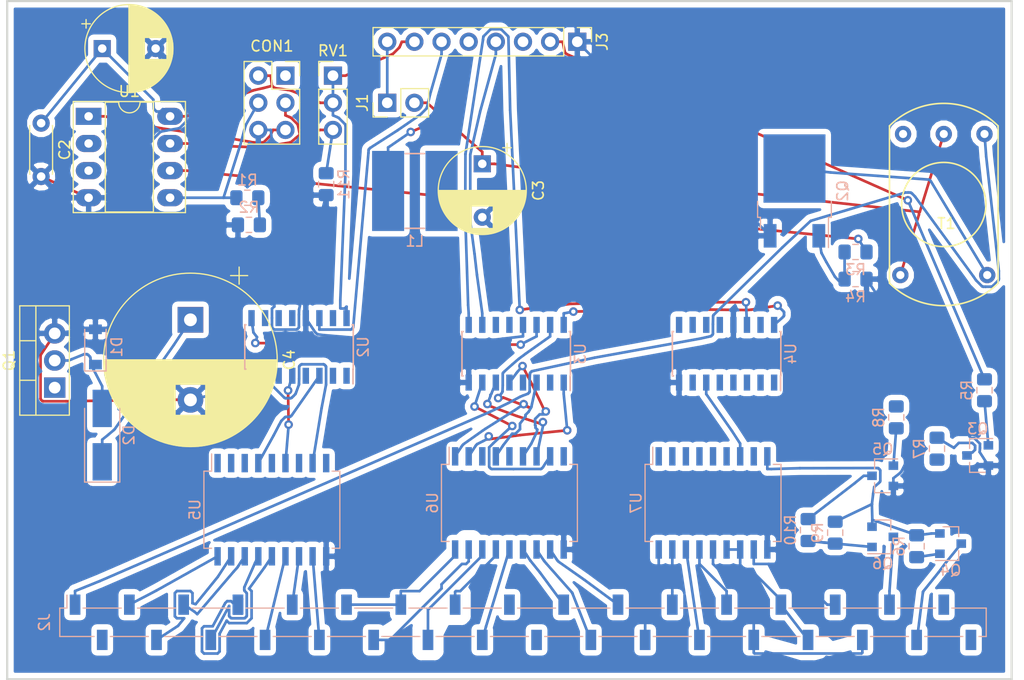
<source format=kicad_pcb>
(kicad_pcb (version 20171130) (host pcbnew 5.0.2-bee76a0~70~ubuntu16.04.1)
  (layers (0 F.Cu signal) (31 B.Cu signal) (34 B.Paste user) (35 F.Paste user) (36 B.SilkS user) (37 F.SilkS user hide) (38 B.Mask user) (39 F.Mask user) (44 Edge.Cuts user))
  (net 0 "")
  (net 1 GND)
  (net 2 VCC)
  (net 3 /5VOLT)
  (net 4 +36V)
  (net 5 /FILAMENT)
  (net 6 /HIGH_VOLT)
  (net 7 /RST)
  (net 8 "Net-(D1-Pad1)")
  (net 9 +5V)
  (net 10 /FIL_n)
  (net 11 /S9)
  (net 12 /G7)
  (net 13 /S6)
  (net 14 /S5)
  (net 15 /G5)
  (net 16 /S1)
  (net 17 /g)
  (net 18 /f)
  (net 19 /G2)
  (net 20 /c)
  (net 21 /b)
  (net 22 /S12)
  (net 23 /S11)
  (net 24 /S8)
  (net 25 /S7)
  (net 26 /G6)
  (net 27 /S4)
  (net 28 /S3)
  (net 29 /S2)
  (net 30 /G4)
  (net 31 /G3)
  (net 32 /e)
  (net 33 /d)
  (net 34 /G1)
  (net 35 /S10)
  (net 36 /FIL_p)
  (net 37 /GRAD)
  (net 38 /RCLK)
  (net 39 /nSRCLR)
  (net 40 /SRCLK)
  (net 41 /DATA)
  (net 42 "Net-(Q1-Pad1)")
  (net 43 "Net-(Q2-Pad1)")
  (net 44 "Net-(Q2-Pad2)")
  (net 45 "Net-(Q3-Pad1)")
  (net 46 "Net-(Q3-Pad3)")
  (net 47 "Net-(Q4-Pad1)")
  (net 48 "Net-(Q5-Pad1)")
  (net 49 "Net-(Q5-Pad3)")
  (net 50 "Net-(Q6-Pad1)")
  (net 51 /Q2)
  (net 52 "Net-(U2-Pad1)")
  (net 53 "Net-(U2-Pad2)")
  (net 54 "Net-(U2-Pad3)")
  (net 55 "Net-(U2-Pad4)")
  (net 56 "Net-(U2-Pad5)")
  (net 57 "Net-(U2-Pad6)")
  (net 58 "Net-(U2-Pad7)")
  (net 59 /Q0)
  (net 60 "Net-(U2-Pad15)")
  (net 61 "Net-(U3-Pad15)")
  (net 62 /Q1)
  (net 63 "Net-(U3-Pad7)")
  (net 64 "Net-(U3-Pad6)")
  (net 65 "Net-(U3-Pad5)")
  (net 66 "Net-(U3-Pad4)")
  (net 67 "Net-(U3-Pad3)")
  (net 68 "Net-(U3-Pad2)")
  (net 69 "Net-(U3-Pad1)")
  (net 70 "Net-(U4-Pad1)")
  (net 71 "Net-(U4-Pad2)")
  (net 72 "Net-(U4-Pad3)")
  (net 73 "Net-(U4-Pad4)")
  (net 74 "Net-(U4-Pad5)")
  (net 75 "Net-(U4-Pad6)")
  (net 76 "Net-(U4-Pad7)")
  (net 77 "Net-(U4-Pad15)")
  (net 78 "Net-(J2-Pad17)")
  (net 79 "Net-(J2-Pad33)")
  (net 80 "Net-(J2-Pad2)")
  (net 81 "Net-(J2-Pad18)")
  (net 82 /ADC)
  (net 83 "Net-(U1-Pad2)")
  (net 84 "Net-(U1-Pad3)")
  (module Connector_PinSocket_2.54mm:PinSocket_1x34_P2.54mm_Vertical_SMD_Pin1Left (layer B.Cu) (at 63.5 70.866 270)
    (fp_text reference J2 (at 0 44.78 270) (layer B.SilkS) (effects (justify mirror)))
    (fp_text value futaba_7_lt_44z)
    (pad 1 smd rect (at -1.65 41.91 270) (size 1.9 1) (layers B.Cu B.Paste B.Mask) (net 10 /FIL_n))
    (pad 3 smd rect (at -1.65 36.83 270) (size 1.9 1) (layers B.Cu B.Paste B.Mask) (net 11 /S9))
    (pad 5 smd rect (at -1.65 31.75 270) (size 1.9 1) (layers B.Cu B.Paste B.Mask) (net 12 /G7))
    (pad 7 smd rect (at -1.65 26.67 270) (size 1.9 1) (layers B.Cu B.Paste B.Mask) (net 13 /S6))
    (pad 9 smd rect (at -1.65 21.59 270) (size 1.9 1) (layers B.Cu B.Paste B.Mask) (net 14 /S5))
    (pad 11 smd rect (at -1.65 16.51 270) (size 1.9 1) (layers B.Cu B.Paste B.Mask) (net 15 /G5))
    (pad 13 smd rect (at -1.65 11.43 270) (size 1.9 1) (layers B.Cu B.Paste B.Mask) (net 15 /G5))
    (pad 15 smd rect (at -1.65 6.35 270) (size 1.9 1) (layers B.Cu B.Paste B.Mask) (net 16 /S1))
    (pad 17 smd rect (at -1.65 1.27 270) (size 1.9 1) (layers B.Cu B.Paste B.Mask) (net 78 "Net-(J2-Pad17)"))
    (pad 19 smd rect (at -1.65 -3.81 270) (size 1.9 1) (layers B.Cu B.Paste B.Mask) (net 17 /g))
    (pad 21 smd rect (at -1.65 -8.89 270) (size 1.9 1) (layers B.Cu B.Paste B.Mask) (net 18 /f))
    (pad 23 smd rect (at -1.65 -13.97 270) (size 1.9 1) (layers B.Cu B.Paste B.Mask) (net 19 /G2))
    (pad 25 smd rect (at -1.65 -19.05 270) (size 1.9 1) (layers B.Cu B.Paste B.Mask) (net 20 /c))
    (pad 27 smd rect (at -1.65 -24.13 270) (size 1.9 1) (layers B.Cu B.Paste B.Mask) (net 21 /b))
    (pad 29 smd rect (at -1.65 -29.21 270) (size 1.9 1) (layers B.Cu B.Paste B.Mask) (net 22 /S12))
    (pad 31 smd rect (at -1.65 -34.29 270) (size 1.9 1) (layers B.Cu B.Paste B.Mask) (net 23 /S11))
    (pad 33 smd rect (at -1.65 -39.37 270) (size 1.9 1) (layers B.Cu B.Paste B.Mask) (net 79 "Net-(J2-Pad33)"))
    (pad 2 smd rect (at 1.65 39.37 270) (size 1.9 1) (layers B.Cu B.Paste B.Mask) (net 80 "Net-(J2-Pad2)"))
    (pad 4 smd rect (at 1.65 34.29 270) (size 1.9 1) (layers B.Cu B.Paste B.Mask) (net 24 /S8))
    (pad 6 smd rect (at 1.65 29.21 270) (size 1.9 1) (layers B.Cu B.Paste B.Mask) (net 25 /S7))
    (pad 8 smd rect (at 1.65 24.13 270) (size 1.9 1) (layers B.Cu B.Paste B.Mask) (net 26 /G6))
    (pad 10 smd rect (at 1.65 19.05 270) (size 1.9 1) (layers B.Cu B.Paste B.Mask) (net 27 /S4))
    (pad 12 smd rect (at 1.65 13.97 270) (size 1.9 1) (layers B.Cu B.Paste B.Mask) (net 28 /S3))
    (pad 14 smd rect (at 1.65 8.89 270) (size 1.9 1) (layers B.Cu B.Paste B.Mask) (net 29 /S2))
    (pad 16 smd rect (at 1.65 3.81 270) (size 1.9 1) (layers B.Cu B.Paste B.Mask) (net 30 /G4))
    (pad 18 smd rect (at 1.65 -1.27 270) (size 1.9 1) (layers B.Cu B.Paste B.Mask) (net 81 "Net-(J2-Pad18)"))
    (pad 20 smd rect (at 1.65 -6.35 270) (size 1.9 1) (layers B.Cu B.Paste B.Mask) (net 31 /G3))
    (pad 22 smd rect (at 1.65 -11.43 270) (size 1.9 1) (layers B.Cu B.Paste B.Mask) (net 32 /e))
    (pad 24 smd rect (at 1.65 -16.51 270) (size 1.9 1) (layers B.Cu B.Paste B.Mask) (net 33 /d))
    (pad 26 smd rect (at 1.65 -21.59 270) (size 1.9 1) (layers B.Cu B.Paste B.Mask) (net 34 /G1))
    (pad 28 smd rect (at 1.65 -26.67 270) (size 1.9 1) (layers B.Cu B.Paste B.Mask) (net 21 /b))
    (pad 30 smd rect (at 1.65 -31.75 270) (size 1.9 1) (layers B.Cu B.Paste B.Mask) (net 34 /G1))
    (pad 32 smd rect (at 1.65 -36.83 270) (size 1.9 1) (layers B.Cu B.Paste B.Mask) (net 35 /S10))
    (pad 34 smd rect (at 1.65 -41.91 270) (size 1.9 1) (layers B.Cu B.Paste B.Mask) (net 36 /FIL_p))
  )
  (module Capacitor_THT:CP_Radial_D8.0mm_P5.00mm (layer F.Cu) (at 24.13 17.145)
    (fp_text reference C1 (at 2.5 -5.25) (layer F.SilkS))
    (fp_text value 470u)
    (pad 2 thru_hole circle (at 5 0) (size 1.6 1.6) (drill 0.8) (layers *.Cu *.Mask) (net 1 GND))
    (pad 1 thru_hole rect (at 0 0) (size 1.6 1.6) (drill 0.8) (layers *.Cu *.Mask) (net 2 VCC))
  )
  (module Capacitor_THT:C_Disc_D4.3mm_W1.9mm_P5.00mm (layer F.Cu) (at 18.415 24.13 270)
    (fp_text reference C2 (at 2.5 -2.2 270) (layer F.SilkS))
    (fp_text value 100n)
    (pad 1 thru_hole circle (at 0 0 270) (size 1.6 1.6) (drill 0.8) (layers *.Cu *.Mask) (net 2 VCC))
    (pad 2 thru_hole circle (at 5 0 270) (size 1.6 1.6) (drill 0.8) (layers *.Cu *.Mask) (net 1 GND))
  )
  (module Capacitor_THT:CP_Radial_D8.0mm_P5.00mm (layer F.Cu) (at 59.69 27.94 270)
    (fp_text reference C3 (at 2.5 -5.25 270) (layer F.SilkS))
    (fp_text value 220u)
    (pad 1 thru_hole rect (at 0 0 270) (size 1.6 1.6) (drill 0.8) (layers *.Cu *.Mask) (net 3 /5VOLT))
    (pad 2 thru_hole circle (at 5 0 270) (size 1.6 1.6) (drill 0.8) (layers *.Cu *.Mask) (net 1 GND))
  )
  (module Capacitor_THT:CP_Radial_D16.0mm_P7.50mm (layer F.Cu) (at 32.385 42.545 270)
    (fp_text reference C4 (at 3.75 -9.25 270) (layer F.SilkS))
    (fp_text value 220u/50V)
    (pad 1 thru_hole rect (at 0 0 270) (size 2.4 2.4) (drill 1.2) (layers *.Cu *.Mask) (net 4 +36V))
    (pad 2 thru_hole circle (at 7.5 0 270) (size 2.4 2.4) (drill 1.2) (layers *.Cu *.Mask) (net 1 GND))
  )
  (module Connector_PinSocket_2.54mm:PinSocket_2x03_P2.54mm_Vertical (layer F.Cu) (at 41.275 19.685)
    (fp_text reference CON1 (at -1.27 -2.77) (layer F.SilkS))
    (fp_text value AVR-ISP-6)
    (pad 1 thru_hole rect (at 0 0) (size 1.7 1.7) (drill 1) (layers *.Cu *.Mask) (net 5 /FILAMENT))
    (pad 2 thru_hole oval (at -2.54 0) (size 1.7 1.7) (drill 1) (layers *.Cu *.Mask) (net 2 VCC))
    (pad 3 thru_hole oval (at 0 2.54) (size 1.7 1.7) (drill 1) (layers *.Cu *.Mask) (net 82 /ADC))
    (pad 4 thru_hole oval (at -2.54 2.54) (size 1.7 1.7) (drill 1) (layers *.Cu *.Mask) (net 6 /HIGH_VOLT))
    (pad 5 thru_hole oval (at 0 5.08) (size 1.7 1.7) (drill 1) (layers *.Cu *.Mask) (net 7 /RST))
    (pad 6 thru_hole oval (at -2.54 5.08) (size 1.7 1.7) (drill 1) (layers *.Cu *.Mask) (net 1 GND))
  )
  (module Diode_SMD:D_SOD-123 (layer B.Cu) (at 23.495 45.085 90)
    (fp_text reference D1 (at 0 2 90) (layer B.SilkS) (effects (justify mirror)))
    (fp_text value SD_103BW)
    (pad 1 smd rect (at -1.65 0 90) (size 0.9 1.2) (layers B.Cu B.Paste B.Mask) (net 8 "Net-(D1-Pad1)"))
    (pad 2 smd rect (at 1.65 0 90) (size 0.9 1.2) (layers B.Cu B.Paste B.Mask) (net 1 GND))
  )
  (module Diode_SMD:D_SMA_Handsoldering (layer B.Cu) (at 24.13 53.34 90)
    (fp_text reference D2 (at 0 2.5 90) (layer B.SilkS) (effects (justify mirror)))
    (fp_text value SS14)
    (pad 1 smd rect (at -2.5 0 90) (size 3.5 1.8) (layers B.Cu B.Paste B.Mask) (net 4 +36V))
    (pad 2 smd rect (at 2.5 0 90) (size 3.5 1.8) (layers B.Cu B.Paste B.Mask) (net 8 "Net-(D1-Pad1)"))
  )
  (module Connector_PinHeader_2.54mm:PinHeader_1x02_P2.54mm_Vertical (layer F.Cu) (at 50.8 22.225 90)
    (fp_text reference J1 (at 0 -2.33 90) (layer F.SilkS))
    (fp_text value Conn_01x02)
    (pad 1 thru_hole rect (at 0 0 90) (size 1.7 1.7) (drill 1) (layers *.Cu *.Mask) (net 9 +5V))
    (pad 2 thru_hole oval (at 0 2.54 90) (size 1.7 1.7) (drill 1) (layers *.Cu *.Mask) (net 3 /5VOLT))
  )
  (module Connector_PinHeader_2.54mm:PinHeader_1x08_P2.54mm_Vertical (layer F.Cu) (at 68.58 16.51 270)
    (fp_text reference J3 (at 0 -2.33 270) (layer F.SilkS))
    (fp_text value Input)
    (pad 1 thru_hole rect (at 0 0 270) (size 1.7 1.7) (drill 1) (layers *.Cu *.Mask) (net 1 GND))
    (pad 2 thru_hole oval (at 0 2.54 270) (size 1.7 1.7) (drill 1) (layers *.Cu *.Mask) (net 37 /GRAD))
    (pad 3 thru_hole oval (at 0 5.08 270) (size 1.7 1.7) (drill 1) (layers *.Cu *.Mask) (net 38 /RCLK))
    (pad 4 thru_hole oval (at 0 7.62 270) (size 1.7 1.7) (drill 1) (layers *.Cu *.Mask) (net 39 /nSRCLR))
    (pad 5 thru_hole oval (at 0 10.16 270) (size 1.7 1.7) (drill 1) (layers *.Cu *.Mask) (net 40 /SRCLK))
    (pad 6 thru_hole oval (at 0 12.7 270) (size 1.7 1.7) (drill 1) (layers *.Cu *.Mask) (net 41 /DATA))
    (pad 7 thru_hole oval (at 0 15.24 270) (size 1.7 1.7) (drill 1) (layers *.Cu *.Mask) (net 2 VCC))
    (pad 8 thru_hole oval (at 0 17.78 270) (size 1.7 1.7) (drill 1) (layers *.Cu *.Mask) (net 9 +5V))
  )
  (module Choke_SMD:Choke_CD75 (layer B.Cu) (at 53.38 30.48)
    (fp_text reference L1 (at 0 4.7 -180) (layer B.SilkS) (effects (justify mirror)))
    (fp_text value 330)
    (pad 1 smd rect (at -2.5 0 270) (size 7.5 3) (layers B.Cu B.Paste B.Mask) (net 3 /5VOLT))
    (pad 2 smd rect (at 2.5 0 270) (size 7.5 3) (layers B.Cu B.Paste B.Mask) (net 8 "Net-(D1-Pad1)"))
  )
  (module Package_TO_SOT_THT:TO-220-3_Vertical (layer F.Cu) (at 19.685 48.895 90)
    (fp_text reference Q1 (at 2.54 -4.27 90) (layer F.SilkS))
    (fp_text value IRLZ34)
    (pad 1 thru_hole rect (at 0 0 90) (size 1.905 2) (drill 1.1) (layers *.Cu *.Mask) (net 42 "Net-(Q1-Pad1)"))
    (pad 2 thru_hole oval (at 2.54 0 90) (size 1.905 2) (drill 1.1) (layers *.Cu *.Mask) (net 8 "Net-(D1-Pad1)"))
    (pad 3 thru_hole oval (at 5.08 0 90) (size 1.905 2) (drill 1.1) (layers *.Cu *.Mask) (net 1 GND))
  )
  (module Package_TO_SOT_SMD:TO-252-2 (layer B.Cu) (at 88.9 30.48 90)
    (fp_text reference Q2 (at 0 4.5 90) (layer B.SilkS) (effects (justify mirror)))
    (fp_text value 60N03L)
    (pad 1 smd rect (at -4.2 2.28 90) (size 2.2 1.2) (layers B.Cu B.Paste B.Mask) (net 43 "Net-(Q2-Pad1)"))
    (pad 3 smd rect (at -4.2 -2.28 90) (size 2.2 1.2) (layers B.Cu B.Paste B.Mask) (net 1 GND))
    (pad 2 smd rect (at 2.1 0 90) (size 6.4 5.8) (layers B.Cu B.Mask) (net 44 "Net-(Q2-Pad2)"))
  )
  (module Package_TO_SOT_SMD:SOT-23 (layer B.Cu) (at 106.045 55.245 180)
    (fp_text reference Q3 (at 0 2.5 180) (layer B.SilkS) (effects (justify mirror)))
    (fp_text value BC817)
    (pad 1 smd rect (at -1 0.95 180) (size 0.9 0.8) (layers B.Cu B.Paste B.Mask) (net 45 "Net-(Q3-Pad1)"))
    (pad 2 smd rect (at -1 -0.95 180) (size 0.9 0.8) (layers B.Cu B.Paste B.Mask) (net 1 GND))
    (pad 3 smd rect (at 1 0 180) (size 0.9 0.8) (layers B.Cu B.Paste B.Mask) (net 46 "Net-(Q3-Pad3)"))
  )
  (module Package_TO_SOT_SMD:SOT-23 (layer B.Cu) (at 103.505 63.5)
    (fp_text reference Q4 (at 0 2.5) (layer B.SilkS) (effects (justify mirror)))
    (fp_text value BC807)
    (pad 3 smd rect (at 1 0) (size 0.9 0.8) (layers B.Cu B.Paste B.Mask) (net 35 /S10))
    (pad 2 smd rect (at -1 -0.95) (size 0.9 0.8) (layers B.Cu B.Paste B.Mask) (net 4 +36V))
    (pad 1 smd rect (at -1 0.95) (size 0.9 0.8) (layers B.Cu B.Paste B.Mask) (net 47 "Net-(Q4-Pad1)"))
  )
  (module Package_TO_SOT_SMD:SOT-23 (layer B.Cu) (at 97.155 57.15 180)
    (fp_text reference Q5 (at 0 2.5 180) (layer B.SilkS) (effects (justify mirror)))
    (fp_text value BC817)
    (pad 1 smd rect (at -1 0.95 180) (size 0.9 0.8) (layers B.Cu B.Paste B.Mask) (net 48 "Net-(Q5-Pad1)"))
    (pad 2 smd rect (at -1 -0.95 180) (size 0.9 0.8) (layers B.Cu B.Paste B.Mask) (net 1 GND))
    (pad 3 smd rect (at 1 0 180) (size 0.9 0.8) (layers B.Cu B.Paste B.Mask) (net 49 "Net-(Q5-Pad3)"))
  )
  (module Package_TO_SOT_SMD:SOT-23 (layer B.Cu) (at 97.155 62.865)
    (fp_text reference Q6 (at 0 2.5) (layer B.SilkS) (effects (justify mirror)))
    (fp_text value BC807)
    (pad 3 smd rect (at 1 0) (size 0.9 0.8) (layers B.Cu B.Paste B.Mask) (net 23 /S11))
    (pad 2 smd rect (at -1 -0.95) (size 0.9 0.8) (layers B.Cu B.Paste B.Mask) (net 4 +36V))
    (pad 1 smd rect (at -1 0.95) (size 0.9 0.8) (layers B.Cu B.Paste B.Mask) (net 50 "Net-(Q6-Pad1)"))
  )
  (module Resistor_SMD:R_0805_2012Metric_Pad1.15x1.40mm_HandSolder (layer B.Cu) (at 37.71 31.115 180)
    (fp_text reference R1 (at 0 1.65 180) (layer B.SilkS) (effects (justify mirror)))
    (fp_text value 33)
    (pad 1 smd roundrect (at -1.025 0 180) (size 1.15 1.4) (layers B.Cu B.Paste B.Mask) (roundrect_rratio 0.217391) (net 42 "Net-(Q1-Pad1)"))
    (pad 2 smd roundrect (at 1.025 0 180) (size 1.15 1.4) (layers B.Cu B.Paste B.Mask) (roundrect_rratio 0.217391) (net 6 /HIGH_VOLT))
  )
  (module Resistor_SMD:R_0805_2012Metric_Pad1.15x1.40mm_HandSolder (layer B.Cu) (at 37.855 33.655 180)
    (fp_text reference R2 (at 0 1.65 180) (layer B.SilkS) (effects (justify mirror)))
    (fp_text value 100k)
    (pad 2 smd roundrect (at 1.025 0 180) (size 1.15 1.4) (layers B.Cu B.Paste B.Mask) (roundrect_rratio 0.217391) (net 1 GND))
    (pad 1 smd roundrect (at -1.025 0 180) (size 1.15 1.4) (layers B.Cu B.Paste B.Mask) (roundrect_rratio 0.217391) (net 42 "Net-(Q1-Pad1)"))
  )
  (module Resistor_SMD:R_0805_2012Metric_Pad1.15x1.40mm_HandSolder (layer B.Cu) (at 94.615 36.195)
    (fp_text reference R3 (at 0 1.65) (layer B.SilkS) (effects (justify mirror)))
    (fp_text value 33)
    (pad 2 smd roundrect (at 1.025 0) (size 1.15 1.4) (layers B.Cu B.Paste B.Mask) (roundrect_rratio 0.217391) (net 5 /FILAMENT))
    (pad 1 smd roundrect (at -1.025 0) (size 1.15 1.4) (layers B.Cu B.Paste B.Mask) (roundrect_rratio 0.217391) (net 43 "Net-(Q2-Pad1)"))
  )
  (module Resistor_SMD:R_0805_2012Metric_Pad1.15x1.40mm_HandSolder (layer B.Cu) (at 94.615 38.735)
    (fp_text reference R4 (at 0 1.65) (layer B.SilkS) (effects (justify mirror)))
    (fp_text value 100k)
    (pad 1 smd roundrect (at -1.025 0) (size 1.15 1.4) (layers B.Cu B.Paste B.Mask) (roundrect_rratio 0.217391) (net 43 "Net-(Q2-Pad1)"))
    (pad 2 smd roundrect (at 1.025 0) (size 1.15 1.4) (layers B.Cu B.Paste B.Mask) (roundrect_rratio 0.217391) (net 1 GND))
  )
  (module Resistor_SMD:R_0805_2012Metric_Pad1.15x1.40mm_HandSolder (layer B.Cu) (at 106.68 49.14 270)
    (fp_text reference R5 (at 0 1.65 270) (layer B.SilkS) (effects (justify mirror)))
    (fp_text value 33k)
    (pad 2 smd roundrect (at 1.025 0 270) (size 1.15 1.4) (layers B.Cu B.Paste B.Mask) (roundrect_rratio 0.217391) (net 45 "Net-(Q3-Pad1)"))
    (pad 1 smd roundrect (at -1.025 0 270) (size 1.15 1.4) (layers B.Cu B.Paste B.Mask) (roundrect_rratio 0.217391) (net 37 /GRAD))
  )
  (module Resistor_SMD:R_0805_2012Metric_Pad1.15x1.40mm_HandSolder (layer B.Cu) (at 100.33 63.745 270)
    (fp_text reference R6 (at 0 1.65 270) (layer B.SilkS) (effects (justify mirror)))
    (fp_text value 100k)
    (pad 2 smd roundrect (at 1.025 0 270) (size 1.15 1.4) (layers B.Cu B.Paste B.Mask) (roundrect_rratio 0.217391) (net 47 "Net-(Q4-Pad1)"))
    (pad 1 smd roundrect (at -1.025 0 270) (size 1.15 1.4) (layers B.Cu B.Paste B.Mask) (roundrect_rratio 0.217391) (net 4 +36V))
  )
  (module Resistor_SMD:R_0805_2012Metric_Pad1.15x1.40mm_HandSolder (layer B.Cu) (at 102.235 54.61 270)
    (fp_text reference R7 (at 0 1.65 270) (layer B.SilkS) (effects (justify mirror)))
    (fp_text value 33k)
    (pad 1 smd roundrect (at -1.025 0 270) (size 1.15 1.4) (layers B.Cu B.Paste B.Mask) (roundrect_rratio 0.217391) (net 46 "Net-(Q3-Pad3)"))
    (pad 2 smd roundrect (at 1.025 0 270) (size 1.15 1.4) (layers B.Cu B.Paste B.Mask) (roundrect_rratio 0.217391) (net 47 "Net-(Q4-Pad1)"))
  )
  (module Resistor_SMD:R_0805_2012Metric_Pad1.15x1.40mm_HandSolder (layer B.Cu) (at 98.425 51.68 270)
    (fp_text reference R8 (at 0 1.65 270) (layer B.SilkS) (effects (justify mirror)))
    (fp_text value 33k)
    (pad 1 smd roundrect (at -1.025 0 270) (size 1.15 1.4) (layers B.Cu B.Paste B.Mask) (roundrect_rratio 0.217391) (net 51 /Q2))
    (pad 2 smd roundrect (at 1.025 0 270) (size 1.15 1.4) (layers B.Cu B.Paste B.Mask) (roundrect_rratio 0.217391) (net 48 "Net-(Q5-Pad1)"))
  )
  (module Resistor_SMD:R_0805_2012Metric_Pad1.15x1.40mm_HandSolder (layer B.Cu) (at 92.71 62.475 270)
    (fp_text reference R9 (at 0 1.65 270) (layer B.SilkS) (effects (justify mirror)))
    (fp_text value 100k)
    (pad 1 smd roundrect (at -1.025 0 270) (size 1.15 1.4) (layers B.Cu B.Paste B.Mask) (roundrect_rratio 0.217391) (net 4 +36V))
    (pad 2 smd roundrect (at 1.025 0 270) (size 1.15 1.4) (layers B.Cu B.Paste B.Mask) (roundrect_rratio 0.217391) (net 50 "Net-(Q6-Pad1)"))
  )
  (module Resistor_SMD:R_0805_2012Metric_Pad1.15x1.40mm_HandSolder (layer B.Cu) (at 90.17 62.23 270)
    (fp_text reference R10 (at 0 1.65 270) (layer B.SilkS) (effects (justify mirror)))
    (fp_text value 33k)
    (pad 2 smd roundrect (at 1.025 0 270) (size 1.15 1.4) (layers B.Cu B.Paste B.Mask) (roundrect_rratio 0.217391) (net 50 "Net-(Q6-Pad1)"))
    (pad 1 smd roundrect (at -1.025 0 270) (size 1.15 1.4) (layers B.Cu B.Paste B.Mask) (roundrect_rratio 0.217391) (net 49 "Net-(Q5-Pad3)"))
  )
  (module Package_DIP:DIP-8_W7.62mm_Socket_LongPads (layer F.Cu) (at 22.86 23.495)
    (fp_text reference U1 (at 3.81 -2.33) (layer F.SilkS))
    (fp_text value ATTINY13-20PU)
    (pad 1 thru_hole rect (at 0 0) (size 2.4 1.6) (drill 0.8) (layers *.Cu *.Mask) (net 7 /RST))
    (pad 5 thru_hole oval (at 7.62 7.62) (size 2.4 1.6) (drill 0.8) (layers *.Cu *.Mask) (net 6 /HIGH_VOLT))
    (pad 2 thru_hole oval (at 0 2.54) (size 2.4 1.6) (drill 0.8) (layers *.Cu *.Mask) (net 83 "Net-(U1-Pad2)"))
    (pad 6 thru_hole oval (at 7.62 5.08) (size 2.4 1.6) (drill 0.8) (layers *.Cu *.Mask) (net 5 /FILAMENT))
    (pad 3 thru_hole oval (at 0 5.08) (size 2.4 1.6) (drill 0.8) (layers *.Cu *.Mask) (net 84 "Net-(U1-Pad3)"))
    (pad 7 thru_hole oval (at 7.62 2.54) (size 2.4 1.6) (drill 0.8) (layers *.Cu *.Mask) (net 82 /ADC))
    (pad 4 thru_hole oval (at 0 7.62) (size 2.4 1.6) (drill 0.8) (layers *.Cu *.Mask) (net 1 GND))
    (pad 8 thru_hole oval (at 7.62 0) (size 2.4 1.6) (drill 0.8) (layers *.Cu *.Mask) (net 2 VCC))
  )
  (module Package_SO:SOIC-16_3.9x9.9mm_P1.27mm (layer B.Cu) (at 42.545 45.085 90)
    (fp_text reference U2 (at 0 6 90) (layer B.SilkS) (effects (justify mirror)))
    (fp_text value 74HC595)
    (pad 1 smd rect (at -2.7 4.445 90) (size 1.5 0.6) (layers B.Cu B.Paste B.Mask) (net 52 "Net-(U2-Pad1)"))
    (pad 2 smd rect (at -2.7 3.175 90) (size 1.5 0.6) (layers B.Cu B.Paste B.Mask) (net 53 "Net-(U2-Pad2)"))
    (pad 3 smd rect (at -2.7 1.905 90) (size 1.5 0.6) (layers B.Cu B.Paste B.Mask) (net 54 "Net-(U2-Pad3)"))
    (pad 4 smd rect (at -2.7 0.635 90) (size 1.5 0.6) (layers B.Cu B.Paste B.Mask) (net 55 "Net-(U2-Pad4)"))
    (pad 5 smd rect (at -2.7 -0.635 90) (size 1.5 0.6) (layers B.Cu B.Paste B.Mask) (net 56 "Net-(U2-Pad5)"))
    (pad 6 smd rect (at -2.7 -1.905 90) (size 1.5 0.6) (layers B.Cu B.Paste B.Mask) (net 57 "Net-(U2-Pad6)"))
    (pad 7 smd rect (at -2.7 -3.175 90) (size 1.5 0.6) (layers B.Cu B.Paste B.Mask) (net 58 "Net-(U2-Pad7)"))
    (pad 8 smd rect (at -2.7 -4.445 90) (size 1.5 0.6) (layers B.Cu B.Paste B.Mask) (net 1 GND))
    (pad 9 smd rect (at 2.7 -4.445 90) (size 1.5 0.6) (layers B.Cu B.Paste B.Mask) (net 59 /Q0))
    (pad 10 smd rect (at 2.7 -3.175 90) (size 1.5 0.6) (layers B.Cu B.Paste B.Mask) (net 39 /nSRCLR))
    (pad 11 smd rect (at 2.7 -1.905 90) (size 1.5 0.6) (layers B.Cu B.Paste B.Mask) (net 40 /SRCLK))
    (pad 12 smd rect (at 2.7 -0.635 90) (size 1.5 0.6) (layers B.Cu B.Paste B.Mask) (net 38 /RCLK))
    (pad 13 smd rect (at 2.7 0.635 90) (size 1.5 0.6) (layers B.Cu B.Paste B.Mask) (net 1 GND))
    (pad 14 smd rect (at 2.7 1.905 90) (size 1.5 0.6) (layers B.Cu B.Paste B.Mask) (net 41 /DATA))
    (pad 15 smd rect (at 2.7 3.175 90) (size 1.5 0.6) (layers B.Cu B.Paste B.Mask) (net 60 "Net-(U2-Pad15)"))
    (pad 16 smd rect (at 2.7 4.445 90) (size 1.5 0.6) (layers B.Cu B.Paste B.Mask) (net 2 VCC))
  )
  (module Package_SO:SOIC-16_3.9x9.9mm_P1.27mm (layer B.Cu) (at 62.865 45.72 90)
    (fp_text reference U3 (at 0 6 90) (layer B.SilkS) (effects (justify mirror)))
    (fp_text value 74HC595)
    (pad 16 smd rect (at 2.7 4.445 90) (size 1.5 0.6) (layers B.Cu B.Paste B.Mask) (net 2 VCC))
    (pad 15 smd rect (at 2.7 3.175 90) (size 1.5 0.6) (layers B.Cu B.Paste B.Mask) (net 61 "Net-(U3-Pad15)"))
    (pad 14 smd rect (at 2.7 1.905 90) (size 1.5 0.6) (layers B.Cu B.Paste B.Mask) (net 59 /Q0))
    (pad 13 smd rect (at 2.7 0.635 90) (size 1.5 0.6) (layers B.Cu B.Paste B.Mask) (net 1 GND))
    (pad 12 smd rect (at 2.7 -0.635 90) (size 1.5 0.6) (layers B.Cu B.Paste B.Mask) (net 38 /RCLK))
    (pad 11 smd rect (at 2.7 -1.905 90) (size 1.5 0.6) (layers B.Cu B.Paste B.Mask) (net 40 /SRCLK))
    (pad 10 smd rect (at 2.7 -3.175 90) (size 1.5 0.6) (layers B.Cu B.Paste B.Mask) (net 39 /nSRCLR))
    (pad 9 smd rect (at 2.7 -4.445 90) (size 1.5 0.6) (layers B.Cu B.Paste B.Mask) (net 62 /Q1))
    (pad 8 smd rect (at -2.7 -4.445 90) (size 1.5 0.6) (layers B.Cu B.Paste B.Mask) (net 1 GND))
    (pad 7 smd rect (at -2.7 -3.175 90) (size 1.5 0.6) (layers B.Cu B.Paste B.Mask) (net 63 "Net-(U3-Pad7)"))
    (pad 6 smd rect (at -2.7 -1.905 90) (size 1.5 0.6) (layers B.Cu B.Paste B.Mask) (net 64 "Net-(U3-Pad6)"))
    (pad 5 smd rect (at -2.7 -0.635 90) (size 1.5 0.6) (layers B.Cu B.Paste B.Mask) (net 65 "Net-(U3-Pad5)"))
    (pad 4 smd rect (at -2.7 0.635 90) (size 1.5 0.6) (layers B.Cu B.Paste B.Mask) (net 66 "Net-(U3-Pad4)"))
    (pad 3 smd rect (at -2.7 1.905 90) (size 1.5 0.6) (layers B.Cu B.Paste B.Mask) (net 67 "Net-(U3-Pad3)"))
    (pad 2 smd rect (at -2.7 3.175 90) (size 1.5 0.6) (layers B.Cu B.Paste B.Mask) (net 68 "Net-(U3-Pad2)"))
    (pad 1 smd rect (at -2.7 4.445 90) (size 1.5 0.6) (layers B.Cu B.Paste B.Mask) (net 69 "Net-(U3-Pad1)"))
  )
  (module Package_SO:SOIC-16_3.9x9.9mm_P1.27mm (layer B.Cu) (at 82.55 45.72 90)
    (fp_text reference U4 (at 0 6 90) (layer B.SilkS) (effects (justify mirror)))
    (fp_text value 74HC595)
    (pad 1 smd rect (at -2.7 4.445 90) (size 1.5 0.6) (layers B.Cu B.Paste B.Mask) (net 70 "Net-(U4-Pad1)"))
    (pad 2 smd rect (at -2.7 3.175 90) (size 1.5 0.6) (layers B.Cu B.Paste B.Mask) (net 71 "Net-(U4-Pad2)"))
    (pad 3 smd rect (at -2.7 1.905 90) (size 1.5 0.6) (layers B.Cu B.Paste B.Mask) (net 72 "Net-(U4-Pad3)"))
    (pad 4 smd rect (at -2.7 0.635 90) (size 1.5 0.6) (layers B.Cu B.Paste B.Mask) (net 73 "Net-(U4-Pad4)"))
    (pad 5 smd rect (at -2.7 -0.635 90) (size 1.5 0.6) (layers B.Cu B.Paste B.Mask) (net 74 "Net-(U4-Pad5)"))
    (pad 6 smd rect (at -2.7 -1.905 90) (size 1.5 0.6) (layers B.Cu B.Paste B.Mask) (net 75 "Net-(U4-Pad6)"))
    (pad 7 smd rect (at -2.7 -3.175 90) (size 1.5 0.6) (layers B.Cu B.Paste B.Mask) (net 76 "Net-(U4-Pad7)"))
    (pad 8 smd rect (at -2.7 -4.445 90) (size 1.5 0.6) (layers B.Cu B.Paste B.Mask) (net 1 GND))
    (pad 9 smd rect (at 2.7 -4.445 90) (size 1.5 0.6) (layers B.Cu B.Paste B.Mask) (net 51 /Q2))
    (pad 10 smd rect (at 2.7 -3.175 90) (size 1.5 0.6) (layers B.Cu B.Paste B.Mask) (net 39 /nSRCLR))
    (pad 11 smd rect (at 2.7 -1.905 90) (size 1.5 0.6) (layers B.Cu B.Paste B.Mask) (net 40 /SRCLK))
    (pad 12 smd rect (at 2.7 -0.635 90) (size 1.5 0.6) (layers B.Cu B.Paste B.Mask) (net 38 /RCLK))
    (pad 13 smd rect (at 2.7 0.635 90) (size 1.5 0.6) (layers B.Cu B.Paste B.Mask) (net 1 GND))
    (pad 14 smd rect (at 2.7 1.905 90) (size 1.5 0.6) (layers B.Cu B.Paste B.Mask) (net 62 /Q1))
    (pad 15 smd rect (at 2.7 3.175 90) (size 1.5 0.6) (layers B.Cu B.Paste B.Mask) (net 77 "Net-(U4-Pad15)"))
    (pad 16 smd rect (at 2.7 4.445 90) (size 1.5 0.6) (layers B.Cu B.Paste B.Mask) (net 2 VCC))
  )
  (module Package_SO:SOP-18_7.0x12.5mm_P1.27mm (layer B.Cu) (at 40.005 60.325 270)
    (fp_text reference U5 (at 0 7.2 270) (layer B.SilkS) (effects (justify mirror)))
    (fp_text value TBD62783A)
    (pad 1 smd rect (at -4.3625 5.08 270) (size 1.725 0.6) (layers B.Cu B.Paste B.Mask) (net 60 "Net-(U2-Pad15)"))
    (pad 2 smd rect (at -4.3625 3.81 270) (size 1.725 0.6) (layers B.Cu B.Paste B.Mask) (net 52 "Net-(U2-Pad1)"))
    (pad 3 smd rect (at -4.3625 2.54 270) (size 1.725 0.6) (layers B.Cu B.Paste B.Mask) (net 53 "Net-(U2-Pad2)"))
    (pad 4 smd rect (at -4.3625 1.27 270) (size 1.725 0.6) (layers B.Cu B.Paste B.Mask) (net 54 "Net-(U2-Pad3)"))
    (pad 5 smd rect (at -4.3625 0 270) (size 1.725 0.6) (layers B.Cu B.Paste B.Mask) (net 55 "Net-(U2-Pad4)"))
    (pad 6 smd rect (at -4.3625 -1.27 270) (size 1.725 0.6) (layers B.Cu B.Paste B.Mask) (net 56 "Net-(U2-Pad5)"))
    (pad 7 smd rect (at -4.3625 -2.54 270) (size 1.725 0.6) (layers B.Cu B.Paste B.Mask) (net 57 "Net-(U2-Pad6)"))
    (pad 8 smd rect (at -4.3625 -3.81 270) (size 1.725 0.6) (layers B.Cu B.Paste B.Mask) (net 58 "Net-(U2-Pad7)"))
    (pad 9 smd rect (at -4.3625 -5.08 270) (size 1.725 0.6) (layers B.Cu B.Paste B.Mask) (net 4 +36V))
    (pad 18 smd rect (at 4.3625 5.08 270) (size 1.725 0.6) (layers B.Cu B.Paste B.Mask) (net 11 /S9))
    (pad 17 smd rect (at 4.3625 3.81 270) (size 1.725 0.6) (layers B.Cu B.Paste B.Mask) (net 24 /S8))
    (pad 16 smd rect (at 4.3625 2.54 270) (size 1.725 0.6) (layers B.Cu B.Paste B.Mask) (net 12 /G7))
    (pad 15 smd rect (at 4.3625 1.27 270) (size 1.725 0.6) (layers B.Cu B.Paste B.Mask) (net 25 /S7))
    (pad 14 smd rect (at 4.3625 0 270) (size 1.725 0.6) (layers B.Cu B.Paste B.Mask) (net 13 /S6))
    (pad 13 smd rect (at 4.3625 -1.27 270) (size 1.725 0.6) (layers B.Cu B.Paste B.Mask) (net 26 /G6))
    (pad 12 smd rect (at 4.3625 -2.54 270) (size 1.725 0.6) (layers B.Cu B.Paste B.Mask) (net 14 /S5))
    (pad 11 smd rect (at 4.3625 -3.81 270) (size 1.725 0.6) (layers B.Cu B.Paste B.Mask) (net 27 /S4))
    (pad 10 smd rect (at 4.3625 -5.08 270) (size 1.725 0.6) (layers B.Cu B.Paste B.Mask) (net 1 GND))
  )
  (module Package_SO:SOP-18_7.0x12.5mm_P1.27mm (layer B.Cu) (at 62.23 59.69 270)
    (fp_text reference U6 (at 0 7.2 270) (layer B.SilkS) (effects (justify mirror)))
    (fp_text value TBD62783A)
    (pad 10 smd rect (at 4.3625 -5.08 270) (size 1.725 0.6) (layers B.Cu B.Paste B.Mask) (net 1 GND))
    (pad 11 smd rect (at 4.3625 -3.81 270) (size 1.725 0.6) (layers B.Cu B.Paste B.Mask) (net 18 /f))
    (pad 12 smd rect (at 4.3625 -2.54 270) (size 1.725 0.6) (layers B.Cu B.Paste B.Mask) (net 31 /G3))
    (pad 13 smd rect (at 4.3625 -1.27 270) (size 1.725 0.6) (layers B.Cu B.Paste B.Mask) (net 17 /g))
    (pad 14 smd rect (at 4.3625 0 270) (size 1.725 0.6) (layers B.Cu B.Paste B.Mask) (net 30 /G4))
    (pad 15 smd rect (at 4.3625 1.27 270) (size 1.725 0.6) (layers B.Cu B.Paste B.Mask) (net 16 /S1))
    (pad 16 smd rect (at 4.3625 2.54 270) (size 1.725 0.6) (layers B.Cu B.Paste B.Mask) (net 29 /S2))
    (pad 17 smd rect (at 4.3625 3.81 270) (size 1.725 0.6) (layers B.Cu B.Paste B.Mask) (net 28 /S3))
    (pad 18 smd rect (at 4.3625 5.08 270) (size 1.725 0.6) (layers B.Cu B.Paste B.Mask) (net 15 /G5))
    (pad 9 smd rect (at -4.3625 -5.08 270) (size 1.725 0.6) (layers B.Cu B.Paste B.Mask) (net 4 +36V))
    (pad 8 smd rect (at -4.3625 -3.81 270) (size 1.725 0.6) (layers B.Cu B.Paste B.Mask) (net 63 "Net-(U3-Pad7)"))
    (pad 7 smd rect (at -4.3625 -2.54 270) (size 1.725 0.6) (layers B.Cu B.Paste B.Mask) (net 64 "Net-(U3-Pad6)"))
    (pad 6 smd rect (at -4.3625 -1.27 270) (size 1.725 0.6) (layers B.Cu B.Paste B.Mask) (net 65 "Net-(U3-Pad5)"))
    (pad 5 smd rect (at -4.3625 0 270) (size 1.725 0.6) (layers B.Cu B.Paste B.Mask) (net 66 "Net-(U3-Pad4)"))
    (pad 4 smd rect (at -4.3625 1.27 270) (size 1.725 0.6) (layers B.Cu B.Paste B.Mask) (net 67 "Net-(U3-Pad3)"))
    (pad 3 smd rect (at -4.3625 2.54 270) (size 1.725 0.6) (layers B.Cu B.Paste B.Mask) (net 68 "Net-(U3-Pad2)"))
    (pad 2 smd rect (at -4.3625 3.81 270) (size 1.725 0.6) (layers B.Cu B.Paste B.Mask) (net 69 "Net-(U3-Pad1)"))
    (pad 1 smd rect (at -4.3625 5.08 270) (size 1.725 0.6) (layers B.Cu B.Paste B.Mask) (net 61 "Net-(U3-Pad15)"))
  )
  (module Package_SO:SOP-18_7.0x12.5mm_P1.27mm (layer B.Cu) (at 81.28 59.69 270)
    (fp_text reference U7 (at 0 7.2 270) (layer B.SilkS) (effects (justify mirror)))
    (fp_text value TBD62783A)
    (pad 1 smd rect (at -4.3625 5.08 270) (size 1.725 0.6) (layers B.Cu B.Paste B.Mask) (net 77 "Net-(U4-Pad15)"))
    (pad 2 smd rect (at -4.3625 3.81 270) (size 1.725 0.6) (layers B.Cu B.Paste B.Mask) (net 70 "Net-(U4-Pad1)"))
    (pad 3 smd rect (at -4.3625 2.54 270) (size 1.725 0.6) (layers B.Cu B.Paste B.Mask) (net 71 "Net-(U4-Pad2)"))
    (pad 4 smd rect (at -4.3625 1.27 270) (size 1.725 0.6) (layers B.Cu B.Paste B.Mask) (net 72 "Net-(U4-Pad3)"))
    (pad 5 smd rect (at -4.3625 0 270) (size 1.725 0.6) (layers B.Cu B.Paste B.Mask) (net 73 "Net-(U4-Pad4)"))
    (pad 6 smd rect (at -4.3625 -1.27 270) (size 1.725 0.6) (layers B.Cu B.Paste B.Mask) (net 74 "Net-(U4-Pad5)"))
    (pad 7 smd rect (at -4.3625 -2.54 270) (size 1.725 0.6) (layers B.Cu B.Paste B.Mask) (net 75 "Net-(U4-Pad6)"))
    (pad 8 smd rect (at -4.3625 -3.81 270) (size 1.725 0.6) (layers B.Cu B.Paste B.Mask) (net 76 "Net-(U4-Pad7)"))
    (pad 9 smd rect (at -4.3625 -5.08 270) (size 1.725 0.6) (layers B.Cu B.Paste B.Mask) (net 4 +36V))
    (pad 18 smd rect (at 4.3625 5.08 270) (size 1.725 0.6) (layers B.Cu B.Paste B.Mask) (net 32 /e))
    (pad 17 smd rect (at 4.3625 3.81 270) (size 1.725 0.6) (layers B.Cu B.Paste B.Mask) (net 19 /G2))
    (pad 16 smd rect (at 4.3625 2.54 270) (size 1.725 0.6) (layers B.Cu B.Paste B.Mask) (net 33 /d))
    (pad 15 smd rect (at 4.3625 1.27 270) (size 1.725 0.6) (layers B.Cu B.Paste B.Mask) (net 20 /c))
    (pad 14 smd rect (at 4.3625 0 270) (size 1.725 0.6) (layers B.Cu B.Paste B.Mask) (net 34 /G1))
    (pad 13 smd rect (at 4.3625 -1.27 270) (size 1.725 0.6) (layers B.Cu B.Paste B.Mask) (net 21 /b))
    (pad 12 smd rect (at 4.3625 -2.54 270) (size 1.725 0.6) (layers B.Cu B.Paste B.Mask) (net 21 /b))
    (pad 11 smd rect (at 4.3625 -3.81 270) (size 1.725 0.6) (layers B.Cu B.Paste B.Mask) (net 22 /S12))
    (pad 10 smd rect (at 4.3625 -5.08 270) (size 1.725 0.6) (layers B.Cu B.Paste B.Mask) (net 1 GND))
  )
  (module Resistor_SMD:R_0805_2012Metric_Pad1.15x1.40mm_HandSolder (layer B.Cu) (at 45.085 29.845 90)
    (fp_text reference R11 (at 0 1.65 90) (layer B.SilkS) (effects (justify mirror)))
    (fp_text value 1K)
    (pad 1 smd roundrect (at -1.025 0 90) (size 1.15 1.4) (layers B.Cu B.Paste B.Mask) (roundrect_rratio 0.217391) (net 1 GND))
    (pad 2 smd roundrect (at 1.025 0 90) (size 1.15 1.4) (layers B.Cu B.Paste B.Mask) (roundrect_rratio 0.217391) (net 82 /ADC))
  )
  (module Connector_PinHeader_2.54mm:PinHeader_1x03_P2.54mm_Vertical (layer F.Cu) (at 45.72 19.685)
    (fp_text reference RV1 (at 0 -2.33) (layer F.SilkS))
    (fp_text value 10k)
    (pad 1 thru_hole rect (at 0 0) (size 1.7 1.7) (drill 1) (layers *.Cu *.Mask) (net 2 VCC))
    (pad 2 thru_hole oval (at 0 2.54) (size 1.7 1.7) (drill 1) (layers *.Cu *.Mask) (net 2 VCC))
    (pad 3 thru_hole oval (at 0 5.08) (size 1.7 1.7) (drill 1) (layers *.Cu *.Mask) (net 82 /ADC))
  )
  (module modules:Transformer_toroid_v_10mm (layer F.Cu) (at 102.87 31.75)
    (fp_text reference T1 (at 0.254 1.778) (layer F.SilkS))
    (fp_text value Transformer_1P_SS)
    (pad 1 thru_hole circle (at -4.064 6.604) (size 1.524 1.524) (drill 0.762) (layers *.Cu *.Mask) (net 3 /5VOLT))
    (pad 2 thru_hole circle (at 4.064 6.604) (size 1.524 1.524) (drill 0.762) (layers *.Cu *.Mask) (net 44 "Net-(Q2-Pad2)"))
    (pad 3 thru_hole circle (at -3.81 -6.604) (size 1.524 1.524) (drill 0.762) (layers *.Cu *.Mask) (net 36 /FIL_p))
    (pad 4 thru_hole circle (at 0 -6.604) (size 1.524 1.524) (drill 0.762) (layers *.Cu *.Mask) (net 3 /5VOLT))
    (pad 5 thru_hole circle (at 3.81 -6.604) (size 1.524 1.524) (drill 0.762) (layers *.Cu *.Mask) (net 10 /FIL_n))
  )
  (gr_line (start 109.22 12.7) (end 109.22 76.2) (layer Edge.Cuts) (width 0.2))
  (gr_line (start 15.24 12.7) (end 109.22 12.7) (layer Edge.Cuts) (width 0.2))
  (gr_line (start 15.24 76.2) (end 15.24 12.7) (layer Edge.Cuts) (width 0.2))
  (gr_line (start 109.22 76.2) (end 15.24 76.2) (layer Edge.Cuts) (width 0.2))
  (segment (start 19.685 43.815) (end 19.2448 44.5264) (width 0.25) (layer F.Cu) (net 1))
  (segment (start 19.2448 44.5264) (end 18.3855 45.8121) (width 0.25) (layer F.Cu) (net 1))
  (segment (start 18.3855 45.8121) (end 18.3663 45.8586) (width 0.25) (layer F.Cu) (net 1))
  (segment (start 18.3663 45.8586) (end 18.3597 45.8916) (width 0.25) (layer F.Cu) (net 1))
  (segment (start 18.3597 45.8916) (end 18.3597 49.9124) (width 0.25) (layer F.Cu) (net 1))
  (segment (start 18.3597 49.9124) (end 18.3682 49.9549) (width 0.25) (layer F.Cu) (net 1))
  (segment (start 18.3682 49.9549) (end 18.3871 50.0007) (width 0.25) (layer F.Cu) (net 1))
  (segment (start 18.3871 50.0007) (end 18.4053 50.0279) (width 0.25) (layer F.Cu) (net 1))
  (segment (start 18.4053 50.0279) (end 18.5061 50.1287) (width 0.25) (layer F.Cu) (net 1))
  (segment (start 18.5061 50.1287) (end 18.5381 50.1501) (width 0.25) (layer F.Cu) (net 1))
  (segment (start 18.5381 50.1501) (end 18.5517 50.1557) (width 0.25) (layer F.Cu) (net 1))
  (segment (start 18.5517 50.1557) (end 18.608 50.1728) (width 0.25) (layer F.Cu) (net 1))
  (segment (start 18.608 50.1728) (end 20.7495 50.1728) (width 0.25) (layer F.Cu) (net 1))
  (segment (start 20.7495 50.1728) (end 30.153 50.0126) (width 0.25) (layer F.Cu) (net 1))
  (segment (start 30.153 50.0126) (end 32.385 50.045) (width 0.25) (layer F.Cu) (net 1))
  (segment (start 45.085 30.87) (end 44.0073 35.0243) (width 0.25) (layer B.Cu) (net 1))
  (segment (start 44.0073 35.0243) (end 42.5572 41.5479) (width 0.25) (layer B.Cu) (net 1))
  (segment (start 42.5572 41.5479) (end 42.5518 41.6199) (width 0.25) (layer B.Cu) (net 1))
  (segment (start 42.5518 41.6199) (end 42.5353 42.066) (width 0.25) (layer B.Cu) (net 1))
  (segment (start 42.5353 42.066) (end 42.5353 43.1999) (width 0.25) (layer B.Cu) (net 1))
  (segment (start 42.5353 43.1999) (end 42.5268 43.2424) (width 0.25) (layer B.Cu) (net 1))
  (segment (start 42.5268 43.2424) (end 42.5079 43.2882) (width 0.25) (layer B.Cu) (net 1))
  (segment (start 42.5079 43.2882) (end 42.4897 43.3154) (width 0.25) (layer B.Cu) (net 1))
  (segment (start 42.4897 43.3154) (end 42.3889 43.4162) (width 0.25) (layer B.Cu) (net 1))
  (segment (start 42.3889 43.4162) (end 42.3569 43.4376) (width 0.25) (layer B.Cu) (net 1))
  (segment (start 42.3569 43.4376) (end 42.3433 43.4432) (width 0.25) (layer B.Cu) (net 1))
  (segment (start 42.3433 43.4432) (end 42.287 43.4603) (width 0.25) (layer B.Cu) (net 1))
  (segment (start 42.287 43.4603) (end 40.2751 43.4603) (width 0.25) (layer B.Cu) (net 1))
  (segment (start 40.2751 43.4603) (end 40.2326 43.4518) (width 0.25) (layer B.Cu) (net 1))
  (segment (start 40.2326 43.4518) (end 40.1868 43.4329) (width 0.25) (layer B.Cu) (net 1))
  (segment (start 40.1868 43.4329) (end 40.1596 43.4147) (width 0.25) (layer B.Cu) (net 1))
  (segment (start 40.1596 43.4147) (end 40.0588 43.3139) (width 0.25) (layer B.Cu) (net 1))
  (segment (start 40.0588 43.3139) (end 40.0374 43.2819) (width 0.25) (layer B.Cu) (net 1))
  (segment (start 40.0374 43.2819) (end 40.0318 43.2683) (width 0.25) (layer B.Cu) (net 1))
  (segment (start 40.0318 43.2683) (end 40.0147 43.212) (width 0.25) (layer B.Cu) (net 1))
  (segment (start 40.0147 43.212) (end 40.0147 43.2026) (width 0.25) (layer B.Cu) (net 1))
  (segment (start 40.0147 43.2026) (end 40.0146 43.2026) (width 0.25) (layer B.Cu) (net 1))
  (segment (start 40.0146 43.2026) (end 40.0147 42.3676) (width 0.25) (layer B.Cu) (net 1))
  (segment (start 40.0147 42.3676) (end 40.0147 41.5002) (width 0.25) (layer B.Cu) (net 1))
  (segment (start 40.0147 41.5002) (end 40.2052 41.3097) (width 0.25) (layer B.Cu) (net 1))
  (segment (start 40.2052 41.3097) (end 40.2332 41.3097) (width 0.25) (layer B.Cu) (net 1))
  (segment (start 40.2332 41.3097) (end 40.5865 32.6603) (width 0.25) (layer B.Cu) (net 1))
  (segment (start 40.5865 32.6603) (end 39.9103 24.765) (width 0.25) (layer B.Cu) (net 1))
  (segment (start 63.5 43.02) (end 63.5 44.0953) (width 0.25) (layer B.Cu) (net 1))
  (segment (start 38.735 24.765) (end 39.9103 24.765) (width 0.25) (layer B.Cu) (net 1))
  (segment (start 83.185 43.02) (end 83.185 44.0953) (width 0.25) (layer B.Cu) (net 1))
  (segment (start 38.1 47.785) (end 38.1 48.8603) (width 0.25) (layer B.Cu) (net 1))
  (segment (start 78.105 48.42) (end 78.105 47.3447) (width 0.25) (layer B.Cu) (net 1))
  (segment (start 58.42 48.42) (end 58.42 47.3447) (width 0.25) (layer B.Cu) (net 1))
  (segment (start 98.155 57.3747) (end 98.6676 56.977) (width 0.25) (layer B.Cu) (net 1))
  (segment (start 98.6676 56.977) (end 98.7701 56.8919) (width 0.25) (layer B.Cu) (net 1))
  (segment (start 98.7701 56.8919) (end 98.8215 56.8463) (width 0.25) (layer B.Cu) (net 1))
  (segment (start 98.8215 56.8463) (end 98.8691 56.7981) (width 0.25) (layer B.Cu) (net 1))
  (segment (start 98.8691 56.7981) (end 98.8934 56.7659) (width 0.25) (layer B.Cu) (net 1))
  (segment (start 98.8934 56.7659) (end 98.9034 56.7481) (width 0.25) (layer B.Cu) (net 1))
  (segment (start 98.9034 56.7481) (end 100.2534 54.0869) (width 0.25) (layer B.Cu) (net 1))
  (segment (start 100.2534 54.0869) (end 102.711 49.4889) (width 0.25) (layer B.Cu) (net 1))
  (segment (start 102.711 49.4889) (end 99.0629 43.8441) (width 0.25) (layer B.Cu) (net 1))
  (segment (start 99.0629 43.8441) (end 95.64 38.735) (width 0.25) (layer B.Cu) (net 1))
  (segment (start 23.495 43.435) (end 22.5697 43.435) (width 0.25) (layer B.Cu) (net 1))
  (segment (start 98.155 58.1) (end 98.155 57.3747) (width 0.25) (layer B.Cu) (net 1))
  (segment (start 22.86 31.115) (end 24.3853 31.115) (width 0.25) (layer B.Cu) (net 1))
  (segment (start 56.2743 44.9423) (end 56.2742 44.9423) (width 0.25) (layer B.Cu) (net 1))
  (segment (start 56.2742 44.9423) (end 56.2744 44.9426) (width 0.25) (layer B.Cu) (net 1))
  (segment (start 56.2744 44.9426) (end 57.205 46.021) (width 0.25) (layer B.Cu) (net 1))
  (segment (start 57.205 46.021) (end 58.42 47.3447) (width 0.25) (layer B.Cu) (net 1))
  (segment (start 78.105 47.3447) (end 81.5971 45.0612) (width 0.25) (layer B.Cu) (net 1))
  (segment (start 81.5971 45.0612) (end 83.185 44.0953) (width 0.25) (layer B.Cu) (net 1))
  (segment (start 56.2742 44.9423) (end 56.2739 44.9422) (width 0.25) (layer B.Cu) (net 1))
  (segment (start 56.2739 44.9422) (end 56.2676 44.9414) (width 0.25) (layer B.Cu) (net 1))
  (segment (start 56.2676 44.9414) (end 44.8617 43.9795) (width 0.25) (layer B.Cu) (net 1))
  (segment (start 44.8617 43.9795) (end 44.3227 43.9099) (width 0.25) (layer B.Cu) (net 1))
  (segment (start 44.3227 43.9099) (end 44.2788 43.8981) (width 0.25) (layer B.Cu) (net 1))
  (segment (start 44.2788 43.8981) (end 44.2377 43.8787) (width 0.25) (layer B.Cu) (net 1))
  (segment (start 44.2377 43.8787) (end 44.2082 43.8569) (width 0.25) (layer B.Cu) (net 1))
  (segment (start 44.2082 43.8569) (end 44.0538 43.7031) (width 0.25) (layer B.Cu) (net 1))
  (segment (start 44.0538 43.7031) (end 43.3545 42.6598) (width 0.25) (layer B.Cu) (net 1))
  (segment (start 43.3545 42.6598) (end 43.18 42.385) (width 0.25) (layer B.Cu) (net 1))
  (segment (start 29.13 17.145) (end 29.6166 18.2432) (width 0.25) (layer B.Cu) (net 1))
  (segment (start 29.6166 18.2432) (end 31.9809 23.0144) (width 0.25) (layer B.Cu) (net 1))
  (segment (start 31.9809 23.0144) (end 31.9954 23.0493) (width 0.25) (layer B.Cu) (net 1))
  (segment (start 31.9954 23.0493) (end 32.0053 23.0991) (width 0.25) (layer B.Cu) (net 1))
  (segment (start 32.0053 23.0991) (end 32.0053 23.8901) (width 0.25) (layer B.Cu) (net 1))
  (segment (start 32.0053 23.8901) (end 31.9966 23.9336) (width 0.25) (layer B.Cu) (net 1))
  (segment (start 31.9966 23.9336) (end 31.9773 23.9802) (width 0.25) (layer B.Cu) (net 1))
  (segment (start 31.9773 23.9802) (end 31.9592 24.0073) (width 0.25) (layer B.Cu) (net 1))
  (segment (start 31.9592 24.0073) (end 31.396 24.5705) (width 0.25) (layer B.Cu) (net 1))
  (segment (start 31.396 24.5705) (end 31.3599 24.5946) (width 0.25) (layer B.Cu) (net 1))
  (segment (start 31.3599 24.5946) (end 31.3156 24.613) (width 0.25) (layer B.Cu) (net 1))
  (segment (start 31.3156 24.613) (end 31.2729 24.6215) (width 0.25) (layer B.Cu) (net 1))
  (segment (start 31.2729 24.6215) (end 30.1646 24.8139) (width 0.25) (layer B.Cu) (net 1))
  (segment (start 30.1646 24.8139) (end 29.6341 24.9195) (width 0.25) (layer B.Cu) (net 1))
  (segment (start 29.6341 24.9195) (end 29.603 24.9323) (width 0.25) (layer B.Cu) (net 1))
  (segment (start 29.603 24.9323) (end 29.5787 24.9486) (width 0.25) (layer B.Cu) (net 1))
  (segment (start 29.5787 24.9486) (end 29.551 24.9713) (width 0.25) (layer B.Cu) (net 1))
  (segment (start 29.551 24.9713) (end 29.0173 25.5062) (width 0.25) (layer B.Cu) (net 1))
  (segment (start 29.0173 25.5062) (end 29.0094 25.5145) (width 0.25) (layer B.Cu) (net 1))
  (segment (start 29.0094 25.5145) (end 27.6825 27.0627) (width 0.25) (layer B.Cu) (net 1))
  (segment (start 27.6825 27.0627) (end 24.3853 31.115) (width 0.25) (layer B.Cu) (net 1))
  (segment (start 38.1 48.8603) (end 33.7334 49.7245) (width 0.25) (layer B.Cu) (net 1))
  (segment (start 33.7334 49.7245) (end 32.385 50.045) (width 0.25) (layer B.Cu) (net 1))
  (segment (start 63.5 44.0953) (end 63.3325 44.1117) (width 0.25) (layer B.Cu) (net 1))
  (segment (start 63.3325 44.1117) (end 56.2757 44.9422) (width 0.25) (layer B.Cu) (net 1))
  (segment (start 56.2757 44.9422) (end 56.2744 44.9422) (width 0.25) (layer B.Cu) (net 1))
  (segment (start 56.2744 44.9422) (end 56.2743 44.9423) (width 0.25) (layer B.Cu) (net 1))
  (segment (start 22.5697 43.435) (end 21.5053 43.5911) (width 0.25) (layer B.Cu) (net 1))
  (segment (start 21.5053 43.5911) (end 19.685 43.815) (width 0.25) (layer B.Cu) (net 1))
  (segment (start 107.045 56.195) (end 106.2232 54.9235) (width 0.25) (layer B.Cu) (net 1))
  (segment (start 106.2232 54.9235) (end 106.23 54.9167) (width 0.25) (layer B.Cu) (net 1))
  (segment (start 106.23 54.9167) (end 106.2419 54.7328) (width 0.25) (layer B.Cu) (net 1))
  (segment (start 106.2419 54.7328) (end 106.2538 54.5491) (width 0.25) (layer B.Cu) (net 1))
  (segment (start 106.2538 54.5491) (end 106.2538 54.1465) (width 0.25) (layer B.Cu) (net 1))
  (segment (start 106.2538 54.1465) (end 105.7264 53.6191) (width 0.25) (layer B.Cu) (net 1))
  (segment (start 105.7264 53.6191) (end 105.3803 53.6191) (width 0.25) (layer B.Cu) (net 1))
  (segment (start 105.3803 53.6191) (end 102.711 49.4889) (width 0.25) (layer B.Cu) (net 1))
  (segment (start 68.58 16.51) (end 86.62 34.68) (width 0.25) (layer B.Cu) (net 1))
  (segment (start 22.86 31.115) (end 18.415 29.13) (width 0.25) (layer F.Cu) (net 1))
  (segment (start 87.3266 41.219) (end 87.0924 41.2462) (width 0.25) (layer F.Cu) (net 2))
  (segment (start 87.0924 41.2462) (end 84.8933 41.5883) (width 0.25) (layer F.Cu) (net 2))
  (segment (start 84.8933 41.5883) (end 84.5824 41.626) (width 0.25) (layer F.Cu) (net 2))
  (segment (start 84.5824 41.626) (end 84.4133 41.6294) (width 0.25) (layer F.Cu) (net 2))
  (segment (start 84.4133 41.6294) (end 76.8457 41.5385) (width 0.25) (layer F.Cu) (net 2))
  (segment (start 76.8457 41.5385) (end 68.2124 41.7762) (width 0.25) (layer F.Cu) (net 2))
  (segment (start 68.2124 41.7762) (end 68.2134 41.776) (width 0.25) (layer F.Cu) (net 2))
  (segment (start 68.2134 41.776) (end 68.2124 41.7762) (width 0.25) (layer B.Cu) (net 2))
  (segment (start 68.2134 41.776) (end 67.31 41.9447) (width 0.25) (layer B.Cu) (net 2))
  (segment (start 45.72 22.225) (end 45.72 23.4003) (width 0.25) (layer B.Cu) (net 2))
  (segment (start 46.99 41.3097) (end 46.8132 41.4865) (width 0.25) (layer B.Cu) (net 2))
  (segment (start 46.8132 41.4865) (end 46.44 41.4865) (width 0.25) (layer B.Cu) (net 2))
  (segment (start 46.44 41.4865) (end 46.4063 41.4528) (width 0.25) (layer B.Cu) (net 2))
  (segment (start 46.4063 41.4528) (end 46.4055 40.7226) (width 0.25) (layer B.Cu) (net 2))
  (segment (start 46.4055 40.7226) (end 46.8846 28.9107) (width 0.25) (layer B.Cu) (net 2))
  (segment (start 46.8846 28.9107) (end 46.8982 24.3982) (width 0.25) (layer B.Cu) (net 2))
  (segment (start 46.8982 24.3982) (end 46.894 24.3444) (width 0.25) (layer B.Cu) (net 2))
  (segment (start 46.894 24.3444) (end 46.8886 24.31) (width 0.25) (layer B.Cu) (net 2))
  (segment (start 46.8886 24.31) (end 46.8691 24.2629) (width 0.25) (layer B.Cu) (net 2))
  (segment (start 46.8691 24.2629) (end 46.8547 24.2376) (width 0.25) (layer B.Cu) (net 2))
  (segment (start 46.8547 24.2376) (end 46.3123 23.69) (width 0.25) (layer B.Cu) (net 2))
  (segment (start 46.3123 23.69) (end 46.2464 23.6317) (width 0.25) (layer B.Cu) (net 2))
  (segment (start 46.2464 23.6317) (end 46.2096 23.6103) (width 0.25) (layer B.Cu) (net 2))
  (segment (start 46.2096 23.6103) (end 46.0605 23.5423) (width 0.25) (layer B.Cu) (net 2))
  (segment (start 46.0605 23.5423) (end 45.72 23.4003) (width 0.25) (layer B.Cu) (net 2))
  (segment (start 46.99 42.385) (end 46.99 41.3097) (width 0.25) (layer B.Cu) (net 2))
  (segment (start 45.72 19.685) (end 46.8953 19.685) (width 0.25) (layer F.Cu) (net 2))
  (segment (start 30.48 23.495) (end 32.0053 23.495) (width 0.25) (layer F.Cu) (net 2))
  (segment (start 45.72 22.225) (end 44.5447 22.225) (width 0.25) (layer F.Cu) (net 2))
  (segment (start 38.735 19.685) (end 39.9103 19.685) (width 0.25) (layer F.Cu) (net 2))
  (segment (start 53.34 16.51) (end 52.1647 16.51) (width 0.25) (layer F.Cu) (net 2))
  (segment (start 67.31 43.02) (end 67.31 41.9447) (width 0.25) (layer B.Cu) (net 2))
  (segment (start 87.3266 41.219) (end 87.5394 41.433) (width 0.25) (layer B.Cu) (net 2))
  (segment (start 87.5394 41.433) (end 87.7587 41.6367) (width 0.25) (layer B.Cu) (net 2))
  (segment (start 87.7587 41.6367) (end 87.8751 41.7531) (width 0.25) (layer B.Cu) (net 2))
  (segment (start 87.8751 41.7531) (end 87.9009 41.7918) (width 0.25) (layer B.Cu) (net 2))
  (segment (start 87.9009 41.7918) (end 87.9167 41.8297) (width 0.25) (layer B.Cu) (net 2))
  (segment (start 87.9167 41.8297) (end 87.9217 41.8451) (width 0.25) (layer B.Cu) (net 2))
  (segment (start 87.9217 41.8451) (end 87.9268 41.8765) (width 0.25) (layer B.Cu) (net 2))
  (segment (start 87.9268 41.8765) (end 87.9268 42.0946) (width 0.25) (layer B.Cu) (net 2))
  (segment (start 87.9268 42.0946) (end 87.9213 42.1314) (width 0.25) (layer B.Cu) (net 2))
  (segment (start 87.9213 42.1314) (end 87.9049 42.1854) (width 0.25) (layer B.Cu) (net 2))
  (segment (start 87.9049 42.1854) (end 87.8724 42.2341) (width 0.25) (layer B.Cu) (net 2))
  (segment (start 87.8724 42.2341) (end 87.8431 42.2665) (width 0.25) (layer B.Cu) (net 2))
  (segment (start 87.8431 42.2665) (end 87.7442 42.3607) (width 0.25) (layer B.Cu) (net 2))
  (segment (start 87.7442 42.3607) (end 87.0471 42.9772) (width 0.25) (layer B.Cu) (net 2))
  (segment (start 87.0471 42.9772) (end 86.995 43.02) (width 0.25) (layer B.Cu) (net 2))
  (segment (start 30.48 23.495) (end 29.805 22.82) (width 0.25) (layer B.Cu) (net 2))
  (segment (start 29.805 22.82) (end 29.8004 22.82) (width 0.25) (layer B.Cu) (net 2))
  (segment (start 29.8004 22.82) (end 29.5806 23.0398) (width 0.25) (layer B.Cu) (net 2))
  (segment (start 29.5806 23.0398) (end 29.2074 23.0398) (width 0.25) (layer B.Cu) (net 2))
  (segment (start 29.2074 23.0398) (end 28.9528 22.7852) (width 0.25) (layer B.Cu) (net 2))
  (segment (start 28.9528 22.7852) (end 28.9111 21.9261) (width 0.25) (layer B.Cu) (net 2))
  (segment (start 28.9111 21.9261) (end 24.13 17.145) (width 0.25) (layer B.Cu) (net 2))
  (segment (start 18.415 24.13) (end 24.13 17.145) (width 0.25) (layer B.Cu) (net 2))
  (segment (start 52.1647 16.51) (end 52.0199 16.8572) (width 0.25) (layer F.Cu) (net 2))
  (segment (start 52.0199 16.8572) (end 51.9547 17.0003) (width 0.25) (layer F.Cu) (net 2))
  (segment (start 51.9547 17.0003) (end 51.9358 17.0326) (width 0.25) (layer F.Cu) (net 2))
  (segment (start 51.9358 17.0326) (end 51.9045 17.0731) (width 0.25) (layer F.Cu) (net 2))
  (segment (start 51.9045 17.0731) (end 51.3254 17.6467) (width 0.25) (layer F.Cu) (net 2))
  (segment (start 51.3254 17.6467) (end 51.2808 17.6679) (width 0.25) (layer F.Cu) (net 2))
  (segment (start 51.2808 17.6679) (end 49.8395 18.2881) (width 0.25) (layer F.Cu) (net 2))
  (segment (start 49.8395 18.2881) (end 46.8953 19.685) (width 0.25) (layer F.Cu) (net 2))
  (segment (start 40.0072 20.6351) (end 39.9483 20.1253) (width 0.25) (layer F.Cu) (net 2))
  (segment (start 39.9483 20.1253) (end 39.9103 19.685) (width 0.25) (layer F.Cu) (net 2))
  (segment (start 44.5447 22.225) (end 43.8176 21.8974) (width 0.25) (layer F.Cu) (net 2))
  (segment (start 43.8176 21.8974) (end 41.7658 21.0684) (width 0.25) (layer F.Cu) (net 2))
  (segment (start 41.7658 21.0684) (end 41.7245 21.0554) (width 0.25) (layer F.Cu) (net 2))
  (segment (start 41.7245 21.0554) (end 41.4604 21.0089) (width 0.25) (layer F.Cu) (net 2))
  (segment (start 41.4604 21.0089) (end 40.3649 20.8645) (width 0.25) (layer F.Cu) (net 2))
  (segment (start 40.3649 20.8645) (end 40.3044 20.8483) (width 0.25) (layer F.Cu) (net 2))
  (segment (start 40.3044 20.8483) (end 40.2544 20.8216) (width 0.25) (layer F.Cu) (net 2))
  (segment (start 40.2544 20.8216) (end 40.2441 20.8147) (width 0.25) (layer F.Cu) (net 2))
  (segment (start 40.2441 20.8147) (end 40.0072 20.6351) (width 0.25) (layer F.Cu) (net 2))
  (segment (start 32.0053 23.495) (end 33.4729 22.8731) (width 0.25) (layer F.Cu) (net 2))
  (segment (start 33.4729 22.8731) (end 38.2465 21.0674) (width 0.25) (layer F.Cu) (net 2))
  (segment (start 38.2465 21.0674) (end 38.307 21.0506) (width 0.25) (layer F.Cu) (net 2))
  (segment (start 38.307 21.0506) (end 39.1651 20.8598) (width 0.25) (layer F.Cu) (net 2))
  (segment (start 39.1651 20.8598) (end 39.8854 20.6717) (width 0.25) (layer F.Cu) (net 2))
  (segment (start 39.8854 20.6717) (end 40.0072 20.6351) (width 0.25) (layer F.Cu) (net 2))
  (segment (start 45.72 22.225) (end 45.72 19.685) (width 0.25) (layer B.Cu) (net 2))
  (via (at 68.2134 41.776) (size 0.8) (layers F.Cu B.Cu) (net 2))
  (via (at 87.3266 41.219) (size 0.8) (layers F.Cu B.Cu) (net 2))
  (segment (start 50.88 30.48) (end 50.88 26.4047) (width 0.25) (layer B.Cu) (net 3))
  (segment (start 100.5733 32.4375) (end 66.1536 28.6511) (width 0.25) (layer F.Cu) (net 3))
  (segment (start 66.1536 28.6511) (end 60.8153 27.94) (width 0.25) (layer F.Cu) (net 3))
  (segment (start 102.87 25.146) (end 100.6247 32.4432) (width 0.25) (layer F.Cu) (net 3))
  (segment (start 100.6247 32.4432) (end 100.5733 32.4375) (width 0.25) (layer F.Cu) (net 3))
  (segment (start 98.806 38.354) (end 100.5438 32.7063) (width 0.25) (layer F.Cu) (net 3))
  (segment (start 100.5438 32.7063) (end 100.5733 32.4375) (width 0.25) (layer F.Cu) (net 3))
  (segment (start 59.69 27.94) (end 60.8153 27.94) (width 0.25) (layer F.Cu) (net 3))
  (segment (start 56.0723 23.6272) (end 58.1583 25.5057) (width 0.25) (layer F.Cu) (net 3))
  (segment (start 58.1583 25.5057) (end 59.69 26.8147) (width 0.25) (layer F.Cu) (net 3))
  (segment (start 52.9925 24.9574) (end 51.0525 26.2951) (width 0.25) (layer B.Cu) (net 3))
  (segment (start 51.0525 26.2951) (end 50.88 26.4047) (width 0.25) (layer B.Cu) (net 3))
  (segment (start 54.5153 22.225) (end 56.0723 23.6271) (width 0.25) (layer F.Cu) (net 3))
  (segment (start 56.0723 23.6271) (end 56.0723 23.6272) (width 0.25) (layer F.Cu) (net 3))
  (segment (start 56.0723 23.6272) (end 53.2784 24.8412) (width 0.25) (layer F.Cu) (net 3))
  (segment (start 53.2784 24.8412) (end 52.9925 24.9574) (width 0.25) (layer F.Cu) (net 3))
  (segment (start 59.69 27.94) (end 59.69 26.8147) (width 0.25) (layer F.Cu) (net 3))
  (segment (start 53.34 22.225) (end 54.5153 22.225) (width 0.25) (layer F.Cu) (net 3))
  (via (at 52.9925 24.9574) (size 0.8) (layers F.Cu B.Cu) (net 3))
  (segment (start 96.155 61.915) (end 96.1814 61.2799) (width 0.25) (layer B.Cu) (net 4))
  (segment (start 96.1814 61.2799) (end 96.182 61.2729) (width 0.25) (layer B.Cu) (net 4))
  (segment (start 96.182 61.2729) (end 96.182 61.2728) (width 0.25) (layer B.Cu) (net 4))
  (segment (start 96.182 61.2728) (end 99.9832 62.5869) (width 0.25) (layer B.Cu) (net 4))
  (segment (start 99.9832 62.5869) (end 100.33 62.72) (width 0.25) (layer B.Cu) (net 4))
  (segment (start 96.144 59.8066) (end 96.144 59.8068) (width 0.25) (layer B.Cu) (net 4))
  (segment (start 96.144 59.8068) (end 96.1441 59.8071) (width 0.25) (layer B.Cu) (net 4))
  (segment (start 96.1441 59.8071) (end 96.1441 59.8083) (width 0.25) (layer B.Cu) (net 4))
  (segment (start 96.1441 59.8083) (end 96.1849 61.2643) (width 0.25) (layer B.Cu) (net 4))
  (segment (start 96.1849 61.2643) (end 96.182 61.2728) (width 0.25) (layer B.Cu) (net 4))
  (segment (start 102.505 62.55) (end 101.7297 62.55) (width 0.25) (layer B.Cu) (net 4))
  (segment (start 96.144 59.8066) (end 92.71 61.45) (width 0.25) (layer B.Cu) (net 4))
  (segment (start 86.36 56.5153) (end 86.7367 56.5153) (width 0.25) (layer B.Cu) (net 4))
  (segment (start 86.7367 56.5153) (end 89.4067 56.4392) (width 0.25) (layer B.Cu) (net 4))
  (segment (start 89.4067 56.4392) (end 96.6327 56.421) (width 0.25) (layer B.Cu) (net 4))
  (segment (start 96.6327 56.421) (end 96.6692 56.4247) (width 0.25) (layer B.Cu) (net 4))
  (segment (start 96.6692 56.4247) (end 96.7126 56.4334) (width 0.25) (layer B.Cu) (net 4))
  (segment (start 96.7126 56.4334) (end 96.7586 56.4524) (width 0.25) (layer B.Cu) (net 4))
  (segment (start 96.7586 56.4524) (end 96.7856 56.4705) (width 0.25) (layer B.Cu) (net 4))
  (segment (start 96.7856 56.4705) (end 96.8799 56.5648) (width 0.25) (layer B.Cu) (net 4))
  (segment (start 96.8799 56.5648) (end 96.9045 56.6017) (width 0.25) (layer B.Cu) (net 4))
  (segment (start 96.9045 56.6017) (end 96.9239 56.6485) (width 0.25) (layer B.Cu) (net 4))
  (segment (start 96.9239 56.6485) (end 96.9303 56.6805) (width 0.25) (layer B.Cu) (net 4))
  (segment (start 96.9303 56.6805) (end 96.9303 57.6149) (width 0.25) (layer B.Cu) (net 4))
  (segment (start 96.9303 57.6149) (end 96.9218 57.6574) (width 0.25) (layer B.Cu) (net 4))
  (segment (start 96.9218 57.6574) (end 96.9029 57.7032) (width 0.25) (layer B.Cu) (net 4))
  (segment (start 96.9029 57.7032) (end 96.8847 57.7304) (width 0.25) (layer B.Cu) (net 4))
  (segment (start 96.8847 57.7304) (end 96.7853 57.8298) (width 0.25) (layer B.Cu) (net 4))
  (segment (start 96.7853 57.8298) (end 96.367 58.1927) (width 0.25) (layer B.Cu) (net 4))
  (segment (start 96.367 58.1927) (end 96.3669 58.1928) (width 0.25) (layer B.Cu) (net 4))
  (segment (start 96.3669 58.1928) (end 96.3667 58.1939) (width 0.25) (layer B.Cu) (net 4))
  (segment (start 96.3667 58.1939) (end 96.2648 58.8234) (width 0.25) (layer B.Cu) (net 4))
  (segment (start 96.2648 58.8234) (end 96.1439 59.8065) (width 0.25) (layer B.Cu) (net 4))
  (segment (start 96.1439 59.8065) (end 96.144 59.8066) (width 0.25) (layer B.Cu) (net 4))
  (segment (start 24.13 55.84) (end 24.13 53.7647) (width 0.25) (layer B.Cu) (net 4))
  (segment (start 86.36 55.3275) (end 86.36 56.5153) (width 0.25) (layer B.Cu) (net 4))
  (segment (start 24.13 53.7647) (end 24.6803 53.3217) (width 0.25) (layer B.Cu) (net 4))
  (segment (start 24.6803 53.3217) (end 25.2118 52.8688) (width 0.25) (layer B.Cu) (net 4))
  (segment (start 25.2118 52.8688) (end 25.3039 52.7759) (width 0.25) (layer B.Cu) (net 4))
  (segment (start 25.3039 52.7759) (end 30.8304 44.898) (width 0.25) (layer B.Cu) (net 4))
  (segment (start 30.8304 44.898) (end 32.385 42.545) (width 0.25) (layer B.Cu) (net 4))
  (segment (start 100.33 62.72) (end 100.6379 62.6883) (width 0.25) (layer B.Cu) (net 4))
  (segment (start 100.6379 62.6883) (end 101.7297 62.55) (width 0.25) (layer B.Cu) (net 4))
  (segment (start 94.8724 34.9699) (end 67.4905 32.2506) (width 0.25) (layer F.Cu) (net 5))
  (segment (start 67.4905 32.2506) (end 55.7635 30.964) (width 0.25) (layer F.Cu) (net 5))
  (segment (start 55.7635 30.964) (end 32.0053 28.575) (width 0.25) (layer F.Cu) (net 5))
  (segment (start 30.48 28.575) (end 32.0053 28.575) (width 0.25) (layer F.Cu) (net 5))
  (segment (start 95.64 36.195) (end 95.6362 36.1894) (width 0.25) (layer B.Cu) (net 5))
  (segment (start 95.6362 36.1894) (end 94.8724 34.9699) (width 0.25) (layer B.Cu) (net 5))
  (via (at 94.8724 34.9699) (size 0.8) (layers F.Cu B.Cu) (net 5))
  (segment (start 35.4794 31.115) (end 36.685 31.115) (width 0.25) (layer B.Cu) (net 6))
  (segment (start 30.48 31.115) (end 35.4794 31.115) (width 0.25) (layer B.Cu) (net 6))
  (segment (start 35.4794 31.115) (end 37.0616 26.1248) (width 0.25) (layer B.Cu) (net 6))
  (segment (start 37.0616 26.1248) (end 37.4413 24.7173) (width 0.25) (layer B.Cu) (net 6))
  (segment (start 37.4413 24.7173) (end 37.5809 24.2688) (width 0.25) (layer B.Cu) (net 6))
  (segment (start 37.5809 24.2688) (end 38.7348 22.2253) (width 0.25) (layer B.Cu) (net 6))
  (segment (start 38.7348 22.2253) (end 38.735 22.225) (width 0.25) (layer B.Cu) (net 6))
  (segment (start 41.275 24.765) (end 40.0997 24.765) (width 0.25) (layer F.Cu) (net 7))
  (segment (start 22.86 23.495) (end 24.3853 23.495) (width 0.25) (layer F.Cu) (net 7))
  (segment (start 24.3853 23.495) (end 27.8595 24.2869) (width 0.25) (layer F.Cu) (net 7))
  (segment (start 27.8595 24.2869) (end 29.6978 24.6224) (width 0.25) (layer F.Cu) (net 7))
  (segment (start 29.6978 24.6224) (end 35.9928 25.5426) (width 0.25) (layer F.Cu) (net 7))
  (segment (start 35.9928 25.5426) (end 38.2873 25.9349) (width 0.25) (layer F.Cu) (net 7))
  (segment (start 38.2873 25.9349) (end 38.3238 25.9403) (width 0.25) (layer F.Cu) (net 7))
  (segment (start 38.3238 25.9403) (end 39.1581 25.9403) (width 0.25) (layer F.Cu) (net 7))
  (segment (start 39.1581 25.9403) (end 39.1926 25.9334) (width 0.25) (layer F.Cu) (net 7))
  (segment (start 39.1926 25.9334) (end 39.232 25.9171) (width 0.25) (layer F.Cu) (net 7))
  (segment (start 39.232 25.9171) (end 39.2518 25.9054) (width 0.25) (layer F.Cu) (net 7))
  (segment (start 39.2518 25.9054) (end 39.2872 25.8779) (width 0.25) (layer F.Cu) (net 7))
  (segment (start 39.2872 25.8779) (end 39.8562 25.3068) (width 0.25) (layer F.Cu) (net 7))
  (segment (start 39.8562 25.3068) (end 39.8683 25.2911) (width 0.25) (layer F.Cu) (net 7))
  (segment (start 39.8683 25.2911) (end 39.8855 25.2618) (width 0.25) (layer F.Cu) (net 7))
  (segment (start 39.8855 25.2618) (end 39.9153 25.2025) (width 0.25) (layer F.Cu) (net 7))
  (segment (start 39.9153 25.2025) (end 40.0997 24.765) (width 0.25) (layer F.Cu) (net 7))
  (segment (start 24.13 50.84) (end 24.13 48.7647) (width 0.25) (layer B.Cu) (net 8))
  (segment (start 24.13 48.7647) (end 23.3142 47.1891) (width 0.25) (layer B.Cu) (net 8))
  (segment (start 23.3142 47.1891) (end 23.1268 46.7882) (width 0.25) (layer B.Cu) (net 8))
  (segment (start 23.1268 46.7882) (end 23.1266 46.7877) (width 0.25) (layer B.Cu) (net 8))
  (segment (start 23.1266 46.7877) (end 23.1269 46.7876) (width 0.25) (layer B.Cu) (net 8))
  (segment (start 23.1269 46.7876) (end 23.4583 46.7394) (width 0.25) (layer B.Cu) (net 8))
  (segment (start 23.4583 46.7394) (end 23.495 46.735) (width 0.25) (layer B.Cu) (net 8))
  (segment (start 19.685 46.355) (end 21.0103 46.355) (width 0.25) (layer B.Cu) (net 8))
  (segment (start 23.1266 46.7877) (end 23.1265 46.7871) (width 0.25) (layer B.Cu) (net 8))
  (segment (start 23.1265 46.7871) (end 23.0825 46.5375) (width 0.25) (layer B.Cu) (net 8))
  (segment (start 23.0825 46.5375) (end 23.0217 46.1086) (width 0.25) (layer B.Cu) (net 8))
  (segment (start 23.0217 46.1086) (end 23.0091 46.0524) (width 0.25) (layer B.Cu) (net 8))
  (segment (start 23.0091 46.0524) (end 23.0001 46.0271) (width 0.25) (layer B.Cu) (net 8))
  (segment (start 23.0001 46.0271) (end 22.972 45.9852) (width 0.25) (layer B.Cu) (net 8))
  (segment (start 22.972 45.9852) (end 22.8353 45.845) (width 0.25) (layer B.Cu) (net 8))
  (segment (start 22.8353 45.845) (end 22.8134 45.8252) (width 0.25) (layer B.Cu) (net 8))
  (segment (start 22.8134 45.8252) (end 22.7706 45.795) (width 0.25) (layer B.Cu) (net 8))
  (segment (start 22.7706 45.795) (end 22.7254 45.7776) (width 0.25) (layer B.Cu) (net 8))
  (segment (start 22.7254 45.7776) (end 22.6913 45.769) (width 0.25) (layer B.Cu) (net 8))
  (segment (start 22.6913 45.769) (end 22.449 45.769) (width 0.25) (layer B.Cu) (net 8))
  (segment (start 22.449 45.769) (end 22.4014 45.7794) (width 0.25) (layer B.Cu) (net 8))
  (segment (start 22.4014 45.7794) (end 21.2731 46.2355) (width 0.25) (layer B.Cu) (net 8))
  (segment (start 21.2731 46.2355) (end 21.0103 46.355) (width 0.25) (layer B.Cu) (net 8))
  (segment (start 50.8 16.51) (end 50.8 22.225) (width 0.25) (layer B.Cu) (net 9))
  (segment (start 21.59 67.9407) (end 23.9258 66.997) (width 0.25) (layer B.Cu) (net 10))
  (segment (start 23.9258 66.997) (end 60.4502 51.1446) (width 0.25) (layer B.Cu) (net 10))
  (segment (start 60.4502 51.1446) (end 62.1197 50.3418) (width 0.25) (layer B.Cu) (net 10))
  (segment (start 62.1197 50.3418) (end 63.244 49.7455) (width 0.25) (layer B.Cu) (net 10))
  (segment (start 63.244 49.7455) (end 63.498 49.6393) (width 0.25) (layer B.Cu) (net 10))
  (segment (start 63.498 49.6393) (end 63.9241 49.4818) (width 0.25) (layer B.Cu) (net 10))
  (segment (start 63.9241 49.4818) (end 63.9636 49.461) (width 0.25) (layer B.Cu) (net 10))
  (segment (start 63.9636 49.461) (end 63.9804 49.4497) (width 0.25) (layer B.Cu) (net 10))
  (segment (start 63.9804 49.4497) (end 64.0797 49.3504) (width 0.25) (layer B.Cu) (net 10))
  (segment (start 64.0797 49.3504) (end 64.0979 49.3232) (width 0.25) (layer B.Cu) (net 10))
  (segment (start 64.0979 49.3232) (end 64.1168 49.2774) (width 0.25) (layer B.Cu) (net 10))
  (segment (start 64.1168 49.2774) (end 64.1253 49.2349) (width 0.25) (layer B.Cu) (net 10))
  (segment (start 64.1253 49.2349) (end 64.1253 48.0768) (width 0.25) (layer B.Cu) (net 10))
  (segment (start 64.1253 48.0768) (end 64.1415 47.6558) (width 0.25) (layer B.Cu) (net 10))
  (segment (start 64.1415 47.6558) (end 64.1471 47.583) (width 0.25) (layer B.Cu) (net 10))
  (segment (start 64.1471 47.583) (end 64.1487 47.5727) (width 0.25) (layer B.Cu) (net 10))
  (segment (start 64.1487 47.5727) (end 64.1718 47.5164) (width 0.25) (layer B.Cu) (net 10))
  (segment (start 64.1718 47.5164) (end 64.1978 47.4802) (width 0.25) (layer B.Cu) (net 10))
  (segment (start 64.1978 47.4802) (end 64.2481 47.4252) (width 0.25) (layer B.Cu) (net 10))
  (segment (start 64.2481 47.4252) (end 64.2763 47.4008) (width 0.25) (layer B.Cu) (net 10))
  (segment (start 64.2763 47.4008) (end 64.3158 47.3741) (width 0.25) (layer B.Cu) (net 10))
  (segment (start 64.3158 47.3741) (end 64.3523 47.3565) (width 0.25) (layer B.Cu) (net 10))
  (segment (start 64.3523 47.3565) (end 64.4379 47.335) (width 0.25) (layer B.Cu) (net 10))
  (segment (start 64.4379 47.335) (end 70.2151 46.0874) (width 0.25) (layer B.Cu) (net 10))
  (segment (start 70.2151 46.0874) (end 80.1348 44.2932) (width 0.25) (layer B.Cu) (net 10))
  (segment (start 80.1348 44.2932) (end 81.0302 44.0922) (width 0.25) (layer B.Cu) (net 10))
  (segment (start 81.0302 44.0922) (end 81.0634 44.0821) (width 0.25) (layer B.Cu) (net 10))
  (segment (start 81.0634 44.0821) (end 81.0939 44.0695) (width 0.25) (layer B.Cu) (net 10))
  (segment (start 81.0939 44.0695) (end 81.1293 44.0458) (width 0.25) (layer B.Cu) (net 10))
  (segment (start 81.1293 44.0458) (end 81.2262 43.9489) (width 0.25) (layer B.Cu) (net 10))
  (segment (start 81.2262 43.9489) (end 81.2476 43.9169) (width 0.25) (layer B.Cu) (net 10))
  (segment (start 81.2476 43.9169) (end 81.2532 43.9033) (width 0.25) (layer B.Cu) (net 10))
  (segment (start 81.2532 43.9033) (end 81.2703 43.847) (width 0.25) (layer B.Cu) (net 10))
  (segment (start 81.2703 43.847) (end 81.2703 42.9567) (width 0.25) (layer B.Cu) (net 10))
  (segment (start 81.2703 42.9567) (end 81.2902 42.1922) (width 0.25) (layer B.Cu) (net 10))
  (segment (start 81.2902 42.1922) (end 81.3024 42.1491) (width 0.25) (layer B.Cu) (net 10))
  (segment (start 81.3024 42.1491) (end 81.3239 42.1045) (width 0.25) (layer B.Cu) (net 10))
  (segment (start 81.3239 42.1045) (end 81.364 42.0575) (width 0.25) (layer B.Cu) (net 10))
  (segment (start 81.364 42.0575) (end 87.7662 35.7659) (width 0.25) (layer B.Cu) (net 10))
  (segment (start 87.7662 35.7659) (end 90.3987 33.3012) (width 0.25) (layer B.Cu) (net 10))
  (segment (start 90.3987 33.3012) (end 90.4264 33.2827) (width 0.25) (layer B.Cu) (net 10))
  (segment (start 90.4264 33.2827) (end 90.4747 33.2627) (width 0.25) (layer B.Cu) (net 10))
  (segment (start 90.4747 33.2627) (end 99.0566 30.6948) (width 0.25) (layer B.Cu) (net 10))
  (segment (start 99.0566 30.6948) (end 99.211 30.6432) (width 0.25) (layer B.Cu) (net 10))
  (segment (start 99.211 30.6432) (end 99.2595 30.6293) (width 0.25) (layer B.Cu) (net 10))
  (segment (start 99.2595 30.6293) (end 99.2833 30.6269) (width 0.25) (layer B.Cu) (net 10))
  (segment (start 99.2833 30.6269) (end 99.5445 30.6228) (width 0.25) (layer B.Cu) (net 10))
  (segment (start 99.5445 30.6228) (end 99.7336 30.6282) (width 0.25) (layer B.Cu) (net 10))
  (segment (start 99.7336 30.6282) (end 99.7795 30.6371) (width 0.25) (layer B.Cu) (net 10))
  (segment (start 99.7795 30.6371) (end 99.8238 30.6575) (width 0.25) (layer B.Cu) (net 10))
  (segment (start 99.8238 30.6575) (end 99.8443 30.6701) (width 0.25) (layer B.Cu) (net 10))
  (segment (start 99.8443 30.6701) (end 99.9155 30.734) (width 0.25) (layer B.Cu) (net 10))
  (segment (start 99.9155 30.734) (end 100.1831 31.0045) (width 0.25) (layer B.Cu) (net 10))
  (segment (start 100.1831 31.0045) (end 105.6315 38.4678) (width 0.25) (layer B.Cu) (net 10))
  (segment (start 105.6315 38.4678) (end 105.8953 38.853) (width 0.25) (layer B.Cu) (net 10))
  (segment (start 105.8953 38.853) (end 106.4336 39.3913) (width 0.25) (layer B.Cu) (net 10))
  (segment (start 106.4336 39.3913) (end 106.4697 39.4155) (width 0.25) (layer B.Cu) (net 10))
  (segment (start 106.4697 39.4155) (end 106.5219 39.4371) (width 0.25) (layer B.Cu) (net 10))
  (segment (start 106.5219 39.4371) (end 106.5708 39.4433) (width 0.25) (layer B.Cu) (net 10))
  (segment (start 106.5708 39.4433) (end 106.768 39.4483) (width 0.25) (layer B.Cu) (net 10))
  (segment (start 106.768 39.4483) (end 107.2917 39.4441) (width 0.25) (layer B.Cu) (net 10))
  (segment (start 107.2917 39.4441) (end 107.3395 39.4372) (width 0.25) (layer B.Cu) (net 10))
  (segment (start 107.3395 39.4372) (end 107.3712 39.428) (width 0.25) (layer B.Cu) (net 10))
  (segment (start 107.3712 39.428) (end 107.4171 39.4072) (width 0.25) (layer B.Cu) (net 10))
  (segment (start 107.4171 39.4072) (end 107.5088 39.3213) (width 0.25) (layer B.Cu) (net 10))
  (segment (start 107.5088 39.3213) (end 107.6891 39.1443) (width 0.25) (layer B.Cu) (net 10))
  (segment (start 107.6891 39.1443) (end 107.9746 38.8506) (width 0.25) (layer B.Cu) (net 10))
  (segment (start 107.9746 38.8506) (end 107.9844 38.8372) (width 0.25) (layer B.Cu) (net 10))
  (segment (start 107.9844 38.8372) (end 108.0093 38.7905) (width 0.25) (layer B.Cu) (net 10))
  (segment (start 108.0093 38.7905) (end 108.0205 38.7479) (width 0.25) (layer B.Cu) (net 10))
  (segment (start 108.0205 38.7479) (end 108.0226 38.6567) (width 0.25) (layer B.Cu) (net 10))
  (segment (start 108.0226 38.6567) (end 108.0212 37.9693) (width 0.25) (layer B.Cu) (net 10))
  (segment (start 108.0212 37.9693) (end 106.8404 27.2775) (width 0.25) (layer B.Cu) (net 10))
  (segment (start 106.8404 27.2775) (end 106.68 25.146) (width 0.25) (layer B.Cu) (net 10))
  (segment (start 21.59 69.216) (end 21.59 67.9407) (width 0.25) (layer B.Cu) (net 10))
  (segment (start 34.925 64.6875) (end 29.2074 67.8905) (width 0.25) (layer B.Cu) (net 11))
  (segment (start 29.2074 67.8905) (end 26.67 69.216) (width 0.25) (layer B.Cu) (net 11))
  (segment (start 31.75 69.216) (end 32.2221 69.5129) (width 0.25) (layer B.Cu) (net 12))
  (segment (start 32.2221 69.5129) (end 32.745 69.862) (width 0.25) (layer B.Cu) (net 12))
  (segment (start 32.745 69.862) (end 33.0255 70.1017) (width 0.25) (layer B.Cu) (net 12))
  (segment (start 33.0255 70.1017) (end 36.4319 66.1158) (width 0.25) (layer B.Cu) (net 12))
  (segment (start 36.4319 66.1158) (end 36.731 65.7839) (width 0.25) (layer B.Cu) (net 12))
  (segment (start 36.731 65.7839) (end 36.7846 65.7154) (width 0.25) (layer B.Cu) (net 12))
  (segment (start 36.7846 65.7154) (end 36.8608 65.6026) (width 0.25) (layer B.Cu) (net 12))
  (segment (start 36.8608 65.6026) (end 37.1286 65.183) (width 0.25) (layer B.Cu) (net 12))
  (segment (start 37.1286 65.183) (end 37.465 64.6875) (width 0.25) (layer B.Cu) (net 12))
  (segment (start 40.005 64.6875) (end 39.5802 65.3416) (width 0.25) (layer B.Cu) (net 13))
  (segment (start 39.5802 65.3416) (end 39.2904 65.7635) (width 0.25) (layer B.Cu) (net 13))
  (segment (start 39.2904 65.7635) (end 37.8741 67.7131) (width 0.25) (layer B.Cu) (net 13))
  (segment (start 37.8741 67.7131) (end 38.1056 67.9446) (width 0.25) (layer B.Cu) (net 13))
  (segment (start 38.1056 67.9446) (end 38.1056 70.4874) (width 0.25) (layer B.Cu) (net 13))
  (segment (start 38.1056 70.4874) (end 37.6514 70.9416) (width 0.25) (layer B.Cu) (net 13))
  (segment (start 37.6514 70.9416) (end 36.0086 70.9416) (width 0.25) (layer B.Cu) (net 13))
  (segment (start 36.0086 70.9416) (end 35.7768 70.7098) (width 0.25) (layer B.Cu) (net 13))
  (segment (start 35.7768 70.7098) (end 35.1153 71.9353) (width 0.25) (layer B.Cu) (net 13))
  (segment (start 35.1153 71.9353) (end 35.1153 73.6008) (width 0.25) (layer B.Cu) (net 13))
  (segment (start 35.1153 73.6008) (end 34.9248 73.7913) (width 0.25) (layer B.Cu) (net 13))
  (segment (start 34.9248 73.7913) (end 33.6552 73.7913) (width 0.25) (layer B.Cu) (net 13))
  (segment (start 33.6552 73.7913) (end 33.4647 73.6008) (width 0.25) (layer B.Cu) (net 13))
  (segment (start 33.4647 73.6008) (end 33.4647 71.4312) (width 0.25) (layer B.Cu) (net 13))
  (segment (start 33.4647 71.4312) (end 33.6552 71.2407) (width 0.25) (layer B.Cu) (net 13))
  (segment (start 33.6552 71.2407) (end 34.4667 71.2407) (width 0.25) (layer B.Cu) (net 13))
  (segment (start 34.4667 71.2407) (end 35.5544 69.2258) (width 0.25) (layer B.Cu) (net 13))
  (segment (start 35.5544 69.2258) (end 35.6397 69.0678) (width 0.25) (layer B.Cu) (net 13))
  (segment (start 35.6397 69.0678) (end 35.8181 68.8894) (width 0.25) (layer B.Cu) (net 13))
  (segment (start 35.8181 68.8894) (end 36.1913 68.8894) (width 0.25) (layer B.Cu) (net 13))
  (segment (start 36.1913 68.8894) (end 36.455 69.1531) (width 0.25) (layer B.Cu) (net 13))
  (segment (start 36.455 69.1531) (end 36.455 70.041) (width 0.25) (layer B.Cu) (net 13))
  (segment (start 36.455 70.041) (end 37.205 70.041) (width 0.25) (layer B.Cu) (net 13))
  (segment (start 37.205 70.041) (end 37.205 68.6701) (width 0.25) (layer B.Cu) (net 13))
  (segment (start 37.205 68.6701) (end 36.83 69.216) (width 0.25) (layer B.Cu) (net 13))
  (segment (start 42.545 64.6875) (end 41.91 69.216) (width 0.25) (layer B.Cu) (net 14))
  (segment (start 46.99 69.216) (end 52.07 69.216) (width 0.25) (layer B.Cu) (net 15))
  (segment (start 52.07 69.216) (end 52.07 67.945) (width 0.25) (layer B.Cu) (net 15))
  (segment (start 53.82 67.945) (end 52.07 67.945) (width 0.25) (layer B.Cu) (net 15))
  (segment (start 57.15 64.615) (end 53.82 67.945) (width 0.25) (layer B.Cu) (net 15))
  (segment (start 57.15 64.0525) (end 57.15 64.615) (width 0.25) (layer B.Cu) (net 15))
  (segment (start 57.15 68.016) (end 57.221 67.945) (width 0.25) (layer B.Cu) (net 16))
  (segment (start 57.15 69.216) (end 57.15 68.016) (width 0.25) (layer B.Cu) (net 16))
  (segment (start 60.96 64.615) (end 60.96 64.0525) (width 0.25) (layer B.Cu) (net 16))
  (segment (start 57.63 67.945) (end 60.96 64.615) (width 0.25) (layer B.Cu) (net 16))
  (segment (start 57.221 67.945) (end 57.63 67.945) (width 0.25) (layer B.Cu) (net 16))
  (segment (start 63.5 64.0525) (end 63.7994 64.4939) (width 0.25) (layer B.Cu) (net 17))
  (segment (start 63.7994 64.4939) (end 63.9192 64.6867) (width 0.25) (layer B.Cu) (net 17))
  (segment (start 63.9192 64.6867) (end 64.176 65.0747) (width 0.25) (layer B.Cu) (net 17))
  (segment (start 64.176 65.0747) (end 64.1965 65.1006) (width 0.25) (layer B.Cu) (net 17))
  (segment (start 64.1965 65.1006) (end 65.0929 66.2113) (width 0.25) (layer B.Cu) (net 17))
  (segment (start 65.0929 66.2113) (end 67.31 69.216) (width 0.25) (layer B.Cu) (net 17))
  (segment (start 66.04 64.0525) (end 66.0405 64.0532) (width 0.25) (layer B.Cu) (net 18))
  (segment (start 66.0405 64.0532) (end 66.6661 65.0024) (width 0.25) (layer B.Cu) (net 18))
  (segment (start 66.6661 65.0024) (end 66.7353 65.1004) (width 0.25) (layer B.Cu) (net 18))
  (segment (start 66.7353 65.1004) (end 66.8317 65.1968) (width 0.25) (layer B.Cu) (net 18))
  (segment (start 66.8317 65.1968) (end 69.2516 66.8979) (width 0.25) (layer B.Cu) (net 18))
  (segment (start 69.2516 66.8979) (end 72.39 69.216) (width 0.25) (layer B.Cu) (net 18))
  (segment (start 77.47 68.016) (end 77.47 64.0525) (width 0.25) (layer B.Cu) (net 19))
  (segment (start 77.47 69.216) (end 77.47 68.016) (width 0.25) (layer B.Cu) (net 19))
  (segment (start 82.55 67.945) (end 82.55 69.216) (width 0.25) (layer B.Cu) (net 20))
  (segment (start 80.01 65.405) (end 82.55 67.945) (width 0.25) (layer B.Cu) (net 20))
  (segment (start 80.01 64.0525) (end 80.01 65.405) (width 0.25) (layer B.Cu) (net 20))
  (segment (start 90.17 72.516) (end 87.63 69.216) (width 0.25) (layer B.Cu) (net 21))
  (segment (start 83.82 64.0525) (end 82.55 64.0525) (width 0.25) (layer B.Cu) (net 21))
  (segment (start 83.82 64.0525) (end 83.82 66.04) (width 0.25) (layer B.Cu) (net 21))
  (segment (start 87.63 68.766) (end 87.63 69.216) (width 0.25) (layer B.Cu) (net 21))
  (segment (start 84.904 66.04) (end 87.63 68.766) (width 0.25) (layer B.Cu) (net 21))
  (segment (start 83.82 66.04) (end 84.904 66.04) (width 0.25) (layer B.Cu) (net 21))
  (segment (start 91.96 69.216) (end 92.71 69.216) (width 0.25) (layer B.Cu) (net 22))
  (segment (start 88.149 65.405) (end 91.96 69.216) (width 0.25) (layer B.Cu) (net 22))
  (segment (start 85.09 65.405) (end 88.149 65.405) (width 0.25) (layer B.Cu) (net 22))
  (segment (start 85.09 64.0525) (end 85.09 65.405) (width 0.25) (layer B.Cu) (net 22))
  (segment (start 97.79 69.216) (end 97.79 67.9407) (width 0.25) (layer B.Cu) (net 23))
  (segment (start 97.79 67.9407) (end 97.9771 65.3679) (width 0.25) (layer B.Cu) (net 23))
  (segment (start 97.9771 65.3679) (end 97.9941 65.0187) (width 0.25) (layer B.Cu) (net 23))
  (segment (start 97.9941 65.0187) (end 98.155 62.865) (width 0.25) (layer B.Cu) (net 23))
  (segment (start 36.195 64.6875) (end 34.9476 66.6091) (width 0.25) (layer B.Cu) (net 24))
  (segment (start 34.9476 66.6091) (end 32.8697 69.1712) (width 0.25) (layer B.Cu) (net 24))
  (segment (start 32.8697 69.1712) (end 32.5753 69.0815) (width 0.25) (layer B.Cu) (net 24))
  (segment (start 32.5753 69.0815) (end 32.5753 68.1312) (width 0.25) (layer B.Cu) (net 24))
  (segment (start 32.5753 68.1312) (end 32.3848 67.9407) (width 0.25) (layer B.Cu) (net 24))
  (segment (start 32.3848 67.9407) (end 31.1152 67.9407) (width 0.25) (layer B.Cu) (net 24))
  (segment (start 31.1152 67.9407) (end 30.9247 68.1312) (width 0.25) (layer B.Cu) (net 24))
  (segment (start 30.9247 68.1312) (end 30.9247 70.3008) (width 0.25) (layer B.Cu) (net 24))
  (segment (start 30.9247 70.3008) (end 31.1152 70.4913) (width 0.25) (layer B.Cu) (net 24))
  (segment (start 31.1152 70.4913) (end 31.7992 70.4913) (width 0.25) (layer B.Cu) (net 24))
  (segment (start 31.7992 70.4913) (end 31.2232 71.2016) (width 0.25) (layer B.Cu) (net 24))
  (segment (start 31.2232 71.2016) (end 29.21 72.516) (width 0.25) (layer B.Cu) (net 24))
  (segment (start 38.735 64.6875) (end 38.4197 65.3321) (width 0.25) (layer B.Cu) (net 25))
  (segment (start 38.4197 65.3321) (end 37.4288 67.5801) (width 0.25) (layer B.Cu) (net 25))
  (segment (start 37.4288 67.5801) (end 37.423 67.6128) (width 0.25) (layer B.Cu) (net 25))
  (segment (start 37.423 67.6128) (end 37.4202 67.8088) (width 0.25) (layer B.Cu) (net 25))
  (segment (start 37.4202 67.8088) (end 37.4272 67.8572) (width 0.25) (layer B.Cu) (net 25))
  (segment (start 37.4272 67.8572) (end 37.4369 67.8879) (width 0.25) (layer B.Cu) (net 25))
  (segment (start 37.4369 67.8879) (end 37.4556 67.9252) (width 0.25) (layer B.Cu) (net 25))
  (segment (start 37.4556 67.9252) (end 37.4721 67.948) (width 0.25) (layer B.Cu) (net 25))
  (segment (start 37.4721 67.948) (end 37.6048 68.0807) (width 0.25) (layer B.Cu) (net 25))
  (segment (start 37.6048 68.0807) (end 37.6295 68.1176) (width 0.25) (layer B.Cu) (net 25))
  (segment (start 37.6295 68.1176) (end 37.6487 68.1641) (width 0.25) (layer B.Cu) (net 25))
  (segment (start 37.6487 68.1641) (end 37.6553 68.1971) (width 0.25) (layer B.Cu) (net 25))
  (segment (start 37.6553 68.1971) (end 37.6553 70.2309) (width 0.25) (layer B.Cu) (net 25))
  (segment (start 37.6553 70.2309) (end 37.6468 70.2734) (width 0.25) (layer B.Cu) (net 25))
  (segment (start 37.6468 70.2734) (end 37.6279 70.3192) (width 0.25) (layer B.Cu) (net 25))
  (segment (start 37.6279 70.3192) (end 37.6097 70.3464) (width 0.25) (layer B.Cu) (net 25))
  (segment (start 37.6097 70.3464) (end 37.5089 70.4472) (width 0.25) (layer B.Cu) (net 25))
  (segment (start 37.5089 70.4472) (end 37.4769 70.4686) (width 0.25) (layer B.Cu) (net 25))
  (segment (start 37.4769 70.4686) (end 37.4633 70.4742) (width 0.25) (layer B.Cu) (net 25))
  (segment (start 37.4633 70.4742) (end 37.407 70.4913) (width 0.25) (layer B.Cu) (net 25))
  (segment (start 37.407 70.4913) (end 36.2651 70.4913) (width 0.25) (layer B.Cu) (net 25))
  (segment (start 36.2651 70.4913) (end 36.2226 70.4828) (width 0.25) (layer B.Cu) (net 25))
  (segment (start 36.2226 70.4828) (end 36.1768 70.4639) (width 0.25) (layer B.Cu) (net 25))
  (segment (start 36.1768 70.4639) (end 36.1496 70.4457) (width 0.25) (layer B.Cu) (net 25))
  (segment (start 36.1496 70.4457) (end 36.0488 70.3449) (width 0.25) (layer B.Cu) (net 25))
  (segment (start 36.0488 70.3449) (end 36.0274 70.3129) (width 0.25) (layer B.Cu) (net 25))
  (segment (start 36.0274 70.3129) (end 36.0218 70.2993) (width 0.25) (layer B.Cu) (net 25))
  (segment (start 36.0218 70.2993) (end 36.0047 70.243) (width 0.25) (layer B.Cu) (net 25))
  (segment (start 36.0047 70.243) (end 36.0047 69.3397) (width 0.25) (layer B.Cu) (net 25))
  (segment (start 36.0047 69.3397) (end 34.29 72.516) (width 0.25) (layer B.Cu) (net 25))
  (segment (start 41.275 64.6875) (end 39.37 72.516) (width 0.25) (layer B.Cu) (net 26))
  (segment (start 43.815 64.6875) (end 44.45 72.516) (width 0.25) (layer B.Cu) (net 27))
  (segment (start 58.42 64.0525) (end 58.3847 64.1032) (width 0.25) (layer B.Cu) (net 28))
  (segment (start 58.3847 64.1032) (end 58.245 64.3156) (width 0.25) (layer B.Cu) (net 28))
  (segment (start 58.245 64.3156) (end 58.245 64.79) (width 0.25) (layer B.Cu) (net 28))
  (segment (start 58.245 64.79) (end 58.5735 64.79) (width 0.25) (layer B.Cu) (net 28))
  (segment (start 49.536 72.5103) (end 49.53 72.516) (width 0.25) (layer B.Cu) (net 28))
  (segment (start 50.28 72.516) (end 49.53 72.516) (width 0.25) (layer B.Cu) (net 28))
  (segment (start 51.069 72.516) (end 50.28 72.516) (width 0.25) (layer B.Cu) (net 28))
  (segment (start 55.88 67.705) (end 51.069 72.516) (width 0.25) (layer B.Cu) (net 28))
  (segment (start 55.88 67.31) (end 55.88 67.705) (width 0.25) (layer B.Cu) (net 28))
  (segment (start 57.785 65.405) (end 55.88 67.31) (width 0.25) (layer B.Cu) (net 28))
  (segment (start 58.42 65.165) (end 58.18 65.405) (width 0.25) (layer B.Cu) (net 28))
  (segment (start 58.18 65.405) (end 57.785 65.405) (width 0.25) (layer B.Cu) (net 28))
  (segment (start 58.42 64.0525) (end 58.42 65.165) (width 0.25) (layer B.Cu) (net 28))
  (segment (start 54.61 72.516) (end 54.61 69.61141) (width 0.25) (layer B.Cu) (net 29))
  (segment (start 59.69 64.615) (end 59.69 64.0525) (width 0.25) (layer B.Cu) (net 29))
  (segment (start 54.69359 69.61141) (end 59.69 64.615) (width 0.25) (layer B.Cu) (net 29))
  (segment (start 54.61 69.61141) (end 54.69359 69.61141) (width 0.25) (layer B.Cu) (net 29))
  (segment (start 62.23 64.0525) (end 60.044 71.2465) (width 0.25) (layer B.Cu) (net 30))
  (segment (start 60.044 71.2465) (end 59.69 72.516) (width 0.25) (layer B.Cu) (net 30))
  (segment (start 64.77 64.0525) (end 65.1445 64.6353) (width 0.25) (layer B.Cu) (net 31))
  (segment (start 65.1445 64.6353) (end 65.4465 65.0751) (width 0.25) (layer B.Cu) (net 31))
  (segment (start 65.4465 65.0751) (end 65.5203 65.1696) (width 0.25) (layer B.Cu) (net 31))
  (segment (start 65.5203 65.1696) (end 65.6718 65.3519) (width 0.25) (layer B.Cu) (net 31))
  (segment (start 65.6718 65.3519) (end 68.0867 68.0807) (width 0.25) (layer B.Cu) (net 31))
  (segment (start 68.0867 68.0807) (end 68.1092 68.1168) (width 0.25) (layer B.Cu) (net 31))
  (segment (start 68.1092 68.1168) (end 68.1373 68.1846) (width 0.25) (layer B.Cu) (net 31))
  (segment (start 68.1373 68.1846) (end 69.5908 71.9125) (width 0.25) (layer B.Cu) (net 31))
  (segment (start 69.5908 71.9125) (end 69.85 72.516) (width 0.25) (layer B.Cu) (net 31))
  (segment (start 76.2 64.0525) (end 76.2 67.31) (width 0.25) (layer B.Cu) (net 32))
  (segment (start 74.93 68.58) (end 74.93 72.516) (width 0.25) (layer B.Cu) (net 32))
  (segment (start 76.2 67.31) (end 74.93 68.58) (width 0.25) (layer B.Cu) (net 32))
  (segment (start 78.74 64.0525) (end 78.8278 64.5395) (width 0.25) (layer B.Cu) (net 33))
  (segment (start 78.8278 64.5395) (end 80.01 72.516) (width 0.25) (layer B.Cu) (net 33))
  (segment (start 81.28 64.0525) (end 81.28 65.405) (width 0.25) (layer B.Cu) (net 34))
  (segment (start 85.09 69.215) (end 85.09 72.516) (width 0.25) (layer B.Cu) (net 34))
  (segment (start 81.28 65.405) (end 85.09 69.215) (width 0.25) (layer B.Cu) (net 34))
  (segment (start 85.09 73.716) (end 85.09 72.516) (width 0.25) (layer B.Cu) (net 34))
  (segment (start 95.25 72.516) (end 95.25 73.716) (width 0.25) (layer B.Cu) (net 34))
  (segment (start 95.25 73.716) (end 95.174999 73.791001) (width 0.25) (layer B.Cu) (net 34))
  (segment (start 95.174999 73.791001) (end 85.165001 73.791001) (width 0.25) (layer B.Cu) (net 34))
  (segment (start 85.165001 73.791001) (end 85.09 73.716) (width 0.25) (layer B.Cu) (net 34))
  (segment (start 100.33 72.516) (end 100.4412 71.8556) (width 0.25) (layer B.Cu) (net 35))
  (segment (start 100.4412 71.8556) (end 100.9095 68.1258) (width 0.25) (layer B.Cu) (net 35))
  (segment (start 100.9095 68.1258) (end 100.9235 68.033) (width 0.25) (layer B.Cu) (net 35))
  (segment (start 100.9235 68.033) (end 100.9274 68.0184) (width 0.25) (layer B.Cu) (net 35))
  (segment (start 100.9274 68.0184) (end 100.9523 67.9703) (width 0.25) (layer B.Cu) (net 35))
  (segment (start 100.9523 67.9703) (end 102.361 66.2174) (width 0.25) (layer B.Cu) (net 35))
  (segment (start 102.361 66.2174) (end 103.0088 65.3511) (width 0.25) (layer B.Cu) (net 35))
  (segment (start 103.0088 65.3511) (end 104.505 63.5) (width 0.25) (layer B.Cu) (net 35))
  (segment (start 66.04 16.51) (end 67.2153 16.51) (width 0.25) (layer F.Cu) (net 37))
  (segment (start 106.68 48.115) (end 99.5043 31.3537) (width 0.25) (layer B.Cu) (net 37))
  (segment (start 99.5043 31.3537) (end 84.1382 24.5244) (width 0.25) (layer F.Cu) (net 37))
  (segment (start 84.1382 24.5244) (end 68.041 17.8695) (width 0.25) (layer F.Cu) (net 37))
  (segment (start 68.041 17.8695) (end 67.6058 17.6724) (width 0.25) (layer F.Cu) (net 37))
  (segment (start 67.6058 17.6724) (end 67.5484 17.639) (width 0.25) (layer F.Cu) (net 37))
  (segment (start 67.5484 17.639) (end 67.4691 17.5617) (width 0.25) (layer F.Cu) (net 37))
  (segment (start 67.4691 17.5617) (end 67.4505 17.5388) (width 0.25) (layer F.Cu) (net 37))
  (segment (start 67.4505 17.5388) (end 67.4252 17.4993) (width 0.25) (layer F.Cu) (net 37))
  (segment (start 67.4252 17.4993) (end 67.4095 17.4551) (width 0.25) (layer F.Cu) (net 37))
  (segment (start 67.4095 17.4551) (end 67.3841 17.3455) (width 0.25) (layer F.Cu) (net 37))
  (segment (start 67.3841 17.3455) (end 67.2153 16.51) (width 0.25) (layer F.Cu) (net 37))
  (via (at 99.5043 31.3537) (size 0.8) (layers F.Cu B.Cu) (net 37))
  (segment (start 59.69 43.02) (end 59.69 41.9447) (width 0.25) (layer B.Cu) (net 39))
  (segment (start 60.96 16.51) (end 60.96 17.6853) (width 0.25) (layer B.Cu) (net 39))
  (segment (start 59.69 41.9447) (end 59.1889 38.3087) (width 0.25) (layer B.Cu) (net 39))
  (segment (start 59.1889 38.3087) (end 58.966 36.367) (width 0.25) (layer B.Cu) (net 39))
  (segment (start 58.966 36.367) (end 58.5647 33.3327) (width 0.25) (layer B.Cu) (net 39))
  (segment (start 58.5647 33.3327) (end 58.5647 27.0751) (width 0.25) (layer B.Cu) (net 39))
  (segment (start 58.5647 27.0751) (end 58.5731 27.0327) (width 0.25) (layer B.Cu) (net 39))
  (segment (start 58.5731 27.0327) (end 59.5013 22.9989) (width 0.25) (layer B.Cu) (net 39))
  (segment (start 59.5013 22.9989) (end 60.96 17.6853) (width 0.25) (layer B.Cu) (net 39))
  (segment (start 44.45 42.385) (end 44.45 43.4603) (width 0.25) (layer B.Cu) (net 41))
  (segment (start 55.88 17.6853) (end 54.8121 21.4219) (width 0.25) (layer B.Cu) (net 41))
  (segment (start 54.8121 21.4219) (end 54.514 22.6601) (width 0.25) (layer B.Cu) (net 41))
  (segment (start 54.514 22.6601) (end 54.5005 22.7003) (width 0.25) (layer B.Cu) (net 41))
  (segment (start 54.5005 22.7003) (end 54.4856 22.7319) (width 0.25) (layer B.Cu) (net 41))
  (segment (start 54.4856 22.7319) (end 54.4681 22.7601) (width 0.25) (layer B.Cu) (net 41))
  (segment (start 54.4681 22.7601) (end 54.0092 23.2245) (width 0.25) (layer B.Cu) (net 41))
  (segment (start 54.0092 23.2245) (end 53.873 23.354) (width 0.25) (layer B.Cu) (net 41))
  (segment (start 53.873 23.354) (end 51.7519 24.8119) (width 0.25) (layer B.Cu) (net 41))
  (segment (start 51.7519 24.8119) (end 49.2292 26.4306) (width 0.25) (layer B.Cu) (net 41))
  (segment (start 49.2292 26.4306) (end 49.1993 26.4506) (width 0.25) (layer B.Cu) (net 41))
  (segment (start 49.1993 26.4506) (end 49.0988 26.5511) (width 0.25) (layer B.Cu) (net 41))
  (segment (start 49.0988 26.5511) (end 49.0774 26.5831) (width 0.25) (layer B.Cu) (net 41))
  (segment (start 49.0774 26.5831) (end 49.0718 26.5967) (width 0.25) (layer B.Cu) (net 41))
  (segment (start 49.0718 26.5967) (end 49.0547 26.653) (width 0.25) (layer B.Cu) (net 41))
  (segment (start 49.0547 26.653) (end 49.0385 26.9312) (width 0.25) (layer B.Cu) (net 41))
  (segment (start 49.0385 26.9312) (end 47.6257 43.1055) (width 0.25) (layer B.Cu) (net 41))
  (segment (start 47.6257 43.1055) (end 47.6106 43.2339) (width 0.25) (layer B.Cu) (net 41))
  (segment (start 47.6106 43.2339) (end 47.598 43.2675) (width 0.25) (layer B.Cu) (net 41))
  (segment (start 47.598 43.2675) (end 47.5714 43.3137) (width 0.25) (layer B.Cu) (net 41))
  (segment (start 47.5714 43.3137) (end 47.4704 43.4147) (width 0.25) (layer B.Cu) (net 41))
  (segment (start 47.4704 43.4147) (end 47.4432 43.4329) (width 0.25) (layer B.Cu) (net 41))
  (segment (start 47.4432 43.4329) (end 47.3974 43.4518) (width 0.25) (layer B.Cu) (net 41))
  (segment (start 47.3974 43.4518) (end 47.3549 43.4603) (width 0.25) (layer B.Cu) (net 41))
  (segment (start 47.3549 43.4603) (end 44.45 43.4603) (width 0.25) (layer B.Cu) (net 41))
  (segment (start 55.88 16.51) (end 55.88 17.6853) (width 0.25) (layer B.Cu) (net 41))
  (segment (start 38.88 33.655) (end 38.735 31.115) (width 0.25) (layer B.Cu) (net 42))
  (segment (start 91.18 34.68) (end 91.2429 35.1772) (width 0.25) (layer B.Cu) (net 43))
  (segment (start 91.2429 35.1772) (end 91.4194 36.2525) (width 0.25) (layer B.Cu) (net 43))
  (segment (start 91.4194 36.2525) (end 91.4291 36.2828) (width 0.25) (layer B.Cu) (net 43))
  (segment (start 91.4291 36.2828) (end 91.457 36.3399) (width 0.25) (layer B.Cu) (net 43))
  (segment (start 91.457 36.3399) (end 91.8785 37.1266) (width 0.25) (layer B.Cu) (net 43))
  (segment (start 91.8785 37.1266) (end 92.6837 38.5056) (width 0.25) (layer B.Cu) (net 43))
  (segment (start 92.6837 38.5056) (end 93.2235 39.0876) (width 0.25) (layer B.Cu) (net 43))
  (segment (start 93.2235 39.0876) (end 93.59 38.735) (width 0.25) (layer B.Cu) (net 43))
  (segment (start 93.59 36.195) (end 93.5919 36.2058) (width 0.25) (layer B.Cu) (net 43))
  (segment (start 93.5919 36.2058) (end 93.59 38.735) (width 0.25) (layer B.Cu) (net 43))
  (segment (start 88.9 28.38) (end 92.294 28.7489) (width 0.25) (layer B.Cu) (net 44))
  (segment (start 92.294 28.7489) (end 101.4518 29.414) (width 0.25) (layer B.Cu) (net 44))
  (segment (start 101.4518 29.414) (end 101.5086 29.4322) (width 0.25) (layer B.Cu) (net 44))
  (segment (start 101.5086 29.4322) (end 101.5295 29.4451) (width 0.25) (layer B.Cu) (net 44))
  (segment (start 101.5295 29.4451) (end 101.5679 29.4756) (width 0.25) (layer B.Cu) (net 44))
  (segment (start 101.5679 29.4756) (end 101.6632 29.5719) (width 0.25) (layer B.Cu) (net 44))
  (segment (start 101.6632 29.5719) (end 106.934 38.354) (width 0.25) (layer B.Cu) (net 44))
  (segment (start 106.68 50.165) (end 107.045 54.295) (width 0.25) (layer B.Cu) (net 45))
  (segment (start 102.235 53.585) (end 103.8194 54.5347) (width 0.25) (layer B.Cu) (net 46))
  (segment (start 103.8194 54.5347) (end 103.8194 54.5236) (width 0.25) (layer B.Cu) (net 46))
  (segment (start 103.8194 54.5236) (end 104.2736 54.0694) (width 0.25) (layer B.Cu) (net 46))
  (segment (start 104.2736 54.0694) (end 105.5398 54.0694) (width 0.25) (layer B.Cu) (net 46))
  (segment (start 105.5398 54.0694) (end 105.8035 54.3331) (width 0.25) (layer B.Cu) (net 46))
  (segment (start 105.8035 54.3331) (end 105.8035 54.5336) (width 0.25) (layer B.Cu) (net 46))
  (segment (start 105.8035 54.5336) (end 105.7915 54.7183) (width 0.25) (layer B.Cu) (net 46))
  (segment (start 105.7915 54.7183) (end 105.5398 54.97) (width 0.25) (layer B.Cu) (net 46))
  (segment (start 105.5398 54.97) (end 104.8968 54.97) (width 0.25) (layer B.Cu) (net 46))
  (segment (start 104.8968 54.97) (end 104.72 54.97) (width 0.25) (layer B.Cu) (net 46))
  (segment (start 104.72 54.97) (end 104.72 55.0599) (width 0.25) (layer B.Cu) (net 46))
  (segment (start 104.72 55.0599) (end 105.045 55.245) (width 0.25) (layer B.Cu) (net 46))
  (segment (start 100.33 64.77) (end 102.505 64.45) (width 0.25) (layer B.Cu) (net 47))
  (segment (start 98.425 52.705) (end 98.155 56.2) (width 0.25) (layer B.Cu) (net 48))
  (segment (start 96.155 57.15) (end 95.3797 57.15) (width 0.25) (layer B.Cu) (net 49))
  (segment (start 90.17 61.205) (end 94.547 57.833) (width 0.25) (layer B.Cu) (net 49))
  (segment (start 94.547 57.833) (end 95.3797 57.15) (width 0.25) (layer B.Cu) (net 49))
  (segment (start 91.44 63.3775) (end 92.71 63.5) (width 0.25) (layer B.Cu) (net 50))
  (segment (start 90.17 63.255) (end 91.44 63.3775) (width 0.25) (layer B.Cu) (net 50))
  (segment (start 91.44 63.3775) (end 96.155 63.815) (width 0.25) (layer B.Cu) (net 50))
  (segment (start 38.735 55.9625) (end 40.1711 53.3635) (width 0.25) (layer B.Cu) (net 54))
  (segment (start 40.1711 53.3635) (end 40.6818 52.3847) (width 0.25) (layer B.Cu) (net 54))
  (segment (start 40.6818 52.3847) (end 40.8723 52.0346) (width 0.25) (layer B.Cu) (net 54))
  (segment (start 40.8723 52.0346) (end 40.8907 52.0089) (width 0.25) (layer B.Cu) (net 54))
  (segment (start 40.8907 52.0089) (end 41.2205 51.6791) (width 0.25) (layer B.Cu) (net 54))
  (segment (start 41.2205 51.6791) (end 41.2553 51.6558) (width 0.25) (layer B.Cu) (net 54))
  (segment (start 41.2553 51.6558) (end 41.2998 51.6374) (width 0.25) (layer B.Cu) (net 54))
  (segment (start 41.2998 51.6374) (end 41.3309 51.6312) (width 0.25) (layer B.Cu) (net 54))
  (segment (start 41.3309 51.6312) (end 41.6504 51.6312) (width 0.25) (layer B.Cu) (net 54))
  (segment (start 41.6504 51.6312) (end 41.7027 51.6184) (width 0.25) (layer B.Cu) (net 54))
  (segment (start 41.7027 51.6184) (end 41.7298 51.6043) (width 0.25) (layer B.Cu) (net 54))
  (segment (start 41.7298 51.6043) (end 41.7791 51.5705) (width 0.25) (layer B.Cu) (net 54))
  (segment (start 41.7791 51.5705) (end 41.8119 51.5418) (width 0.25) (layer B.Cu) (net 54))
  (segment (start 41.8119 51.5418) (end 41.8696 51.4773) (width 0.25) (layer B.Cu) (net 54))
  (segment (start 41.8696 51.4773) (end 44.45 47.785) (width 0.25) (layer B.Cu) (net 54))
  (segment (start 41.5688 52.3565) (end 41.5446 52.7282) (width 0.25) (layer B.Cu) (net 56))
  (segment (start 41.5446 52.7282) (end 41.275 55.9625) (width 0.25) (layer B.Cu) (net 56))
  (segment (start 41.5177 49.1581) (end 41.5688 52.3565) (width 0.25) (layer F.Cu) (net 56))
  (segment (start 41.91 47.785) (end 41.5534 49.0114) (width 0.25) (layer B.Cu) (net 56))
  (segment (start 41.5534 49.0114) (end 41.5177 49.1581) (width 0.25) (layer B.Cu) (net 56))
  (via (at 41.5688 52.3565) (size 0.8) (layers F.Cu B.Cu) (net 56))
  (via (at 41.5177 49.1581) (size 0.8) (layers F.Cu B.Cu) (net 56))
  (segment (start 43.815 55.9625) (end 44.6547 50.8174) (width 0.25) (layer B.Cu) (net 58))
  (segment (start 44.6547 50.8174) (end 45.0753 48.6081) (width 0.25) (layer B.Cu) (net 58))
  (segment (start 45.0753 48.6081) (end 45.0753 46.9701) (width 0.25) (layer B.Cu) (net 58))
  (segment (start 45.0753 46.9701) (end 45.0668 46.9276) (width 0.25) (layer B.Cu) (net 58))
  (segment (start 45.0668 46.9276) (end 45.0479 46.8818) (width 0.25) (layer B.Cu) (net 58))
  (segment (start 45.0479 46.8818) (end 45.0297 46.8546) (width 0.25) (layer B.Cu) (net 58))
  (segment (start 45.0297 46.8546) (end 44.9289 46.7538) (width 0.25) (layer B.Cu) (net 58))
  (segment (start 44.9289 46.7538) (end 44.8969 46.7324) (width 0.25) (layer B.Cu) (net 58))
  (segment (start 44.8969 46.7324) (end 44.8833 46.7268) (width 0.25) (layer B.Cu) (net 58))
  (segment (start 44.8833 46.7268) (end 44.827 46.7097) (width 0.25) (layer B.Cu) (net 58))
  (segment (start 44.827 46.7097) (end 42.8151 46.7097) (width 0.25) (layer B.Cu) (net 58))
  (segment (start 42.8151 46.7097) (end 42.7726 46.7182) (width 0.25) (layer B.Cu) (net 58))
  (segment (start 42.7726 46.7182) (end 42.7268 46.7371) (width 0.25) (layer B.Cu) (net 58))
  (segment (start 42.7268 46.7371) (end 42.6996 46.7553) (width 0.25) (layer B.Cu) (net 58))
  (segment (start 42.6996 46.7553) (end 42.5988 46.8561) (width 0.25) (layer B.Cu) (net 58))
  (segment (start 42.5988 46.8561) (end 42.5774 46.8881) (width 0.25) (layer B.Cu) (net 58))
  (segment (start 42.5774 46.8881) (end 42.5718 46.9017) (width 0.25) (layer B.Cu) (net 58))
  (segment (start 42.5718 46.9017) (end 42.5547 46.958) (width 0.25) (layer B.Cu) (net 58))
  (segment (start 42.5547 46.958) (end 42.5547 48.0549) (width 0.25) (layer B.Cu) (net 58))
  (segment (start 42.5547 48.0549) (end 42.5392 48.5329) (width 0.25) (layer B.Cu) (net 58))
  (segment (start 42.5392 48.5329) (end 42.5341 48.6106) (width 0.25) (layer B.Cu) (net 58))
  (segment (start 42.5341 48.6106) (end 42.523 48.6521) (width 0.25) (layer B.Cu) (net 58))
  (segment (start 42.523 48.6521) (end 42.2787 49.3251) (width 0.25) (layer B.Cu) (net 58))
  (segment (start 42.2787 49.3251) (end 42.2162 49.4764) (width 0.25) (layer B.Cu) (net 58))
  (segment (start 42.2162 49.4764) (end 42.1886 49.5157) (width 0.25) (layer B.Cu) (net 58))
  (segment (start 42.1886 49.5157) (end 42.0317 49.678) (width 0.25) (layer B.Cu) (net 58))
  (segment (start 42.0317 49.678) (end 41.8901 49.8154) (width 0.25) (layer B.Cu) (net 58))
  (segment (start 41.8901 49.8154) (end 41.8512 49.8486) (width 0.25) (layer B.Cu) (net 58))
  (segment (start 41.8512 49.8486) (end 41.8208 49.8634) (width 0.25) (layer B.Cu) (net 58))
  (segment (start 41.8208 49.8634) (end 41.7771 49.8782) (width 0.25) (layer B.Cu) (net 58))
  (segment (start 41.7771 49.8782) (end 41.747 49.8832) (width 0.25) (layer B.Cu) (net 58))
  (segment (start 41.747 49.8832) (end 41.3292 49.8863) (width 0.25) (layer B.Cu) (net 58))
  (segment (start 41.3292 49.8863) (end 41.2908 49.8842) (width 0.25) (layer B.Cu) (net 58))
  (segment (start 41.2908 49.8842) (end 41.2396 49.8747) (width 0.25) (layer B.Cu) (net 58))
  (segment (start 41.2396 49.8747) (end 41.1963 49.8545) (width 0.25) (layer B.Cu) (net 58))
  (segment (start 41.1963 49.8545) (end 41.1487 49.8175) (width 0.25) (layer B.Cu) (net 58))
  (segment (start 41.1487 49.8175) (end 40.1948 48.8602) (width 0.25) (layer B.Cu) (net 58))
  (segment (start 40.1948 48.8602) (end 40.0632 48.7195) (width 0.25) (layer B.Cu) (net 58))
  (segment (start 40.0632 48.7195) (end 39.7703 48.3398) (width 0.25) (layer B.Cu) (net 58))
  (segment (start 39.7703 48.3398) (end 39.37 47.785) (width 0.25) (layer B.Cu) (net 58))
  (segment (start 63.283 44.8716) (end 38.4689 44.7226) (width 0.25) (layer F.Cu) (net 59))
  (segment (start 38.4689 44.7226) (end 38.4565 44.7191) (width 0.25) (layer F.Cu) (net 59))
  (segment (start 64.77 43.02) (end 64.77 44.0953) (width 0.25) (layer B.Cu) (net 59))
  (segment (start 38.4565 44.7191) (end 38.6126 44.1623) (width 0.25) (layer B.Cu) (net 59))
  (segment (start 38.6126 44.1623) (end 38.2829 43.7389) (width 0.25) (layer B.Cu) (net 59))
  (segment (start 38.2829 43.7389) (end 38.1919 43.1545) (width 0.25) (layer B.Cu) (net 59))
  (segment (start 38.1919 43.1545) (end 38.1 42.385) (width 0.25) (layer B.Cu) (net 59))
  (segment (start 64.77 44.0953) (end 63.8258 44.5724) (width 0.25) (layer B.Cu) (net 59))
  (segment (start 63.8258 44.5724) (end 63.283 44.8716) (width 0.25) (layer B.Cu) (net 59))
  (via (at 38.4565 44.7191) (size 0.8) (layers F.Cu B.Cu) (net 59))
  (via (at 63.283 44.8716) (size 0.8) (layers F.Cu B.Cu) (net 59))
  (segment (start 66.04 43.02) (end 66.04 44.0953) (width 0.25) (layer B.Cu) (net 61))
  (segment (start 57.15 55.3275) (end 57.1504 55.3271) (width 0.25) (layer B.Cu) (net 61))
  (segment (start 57.1504 55.3271) (end 57.7624 54.3944) (width 0.25) (layer B.Cu) (net 61))
  (segment (start 57.7624 54.3944) (end 57.8451 54.2798) (width 0.25) (layer B.Cu) (net 61))
  (segment (start 57.8451 54.2798) (end 57.938 54.1869) (width 0.25) (layer B.Cu) (net 61))
  (segment (start 57.938 54.1869) (end 59.7454 52.9096) (width 0.25) (layer B.Cu) (net 61))
  (segment (start 59.7454 52.9096) (end 59.9929 52.7439) (width 0.25) (layer B.Cu) (net 61))
  (segment (start 59.9929 52.7439) (end 62.7539 50.995) (width 0.25) (layer B.Cu) (net 61))
  (segment (start 62.7539 50.995) (end 63.5618 50.4435) (width 0.25) (layer B.Cu) (net 61))
  (segment (start 61.1786 49.8729) (end 61.4118 49.5447) (width 0.25) (layer B.Cu) (net 61))
  (segment (start 61.4118 49.5447) (end 61.5542 49.3304) (width 0.25) (layer B.Cu) (net 61))
  (segment (start 61.5542 49.3304) (end 61.5789 49.2744) (width 0.25) (layer B.Cu) (net 61))
  (segment (start 61.5789 49.2744) (end 61.5856 49.226) (width 0.25) (layer B.Cu) (net 61))
  (segment (start 61.5856 49.226) (end 61.6047 48.6732) (width 0.25) (layer B.Cu) (net 61))
  (segment (start 61.6047 48.6732) (end 61.6047 47.6051) (width 0.25) (layer B.Cu) (net 61))
  (segment (start 61.6047 47.6051) (end 61.6132 47.5626) (width 0.25) (layer B.Cu) (net 61))
  (segment (start 61.6132 47.5626) (end 61.6321 47.5168) (width 0.25) (layer B.Cu) (net 61))
  (segment (start 61.6321 47.5168) (end 61.6503 47.4896) (width 0.25) (layer B.Cu) (net 61))
  (segment (start 61.6503 47.4896) (end 61.7507 47.3892) (width 0.25) (layer B.Cu) (net 61))
  (segment (start 61.7507 47.3892) (end 62.5024 46.7154) (width 0.25) (layer B.Cu) (net 61))
  (segment (start 62.5024 46.7154) (end 63.114 46.192) (width 0.25) (layer B.Cu) (net 61))
  (segment (start 63.114 46.192) (end 63.761 45.7106) (width 0.25) (layer B.Cu) (net 61))
  (segment (start 63.761 45.7106) (end 66.04 44.0953) (width 0.25) (layer B.Cu) (net 61))
  (segment (start 63.5618 50.4435) (end 64.1313 50.7768) (width 0.25) (layer F.Cu) (net 61))
  (segment (start 64.1313 50.7768) (end 61.6322 49.8147) (width 0.25) (layer F.Cu) (net 61))
  (segment (start 61.6322 49.8147) (end 61.574 49.8729) (width 0.25) (layer F.Cu) (net 61))
  (segment (start 61.574 49.8729) (end 61.1786 49.8729) (width 0.25) (layer F.Cu) (net 61))
  (via (at 61.1786 49.8729) (size 0.8) (layers F.Cu B.Cu) (net 61))
  (via (at 63.5618 50.4435) (size 0.8) (layers F.Cu B.Cu) (net 61))
  (segment (start 63.1985 41.6213) (end 63.1996 41.6212) (width 0.25) (layer F.Cu) (net 62))
  (segment (start 63.1996 41.6212) (end 63.8906 41.5177) (width 0.25) (layer F.Cu) (net 62))
  (segment (start 63.8906 41.5177) (end 67.9967 41.0504) (width 0.25) (layer F.Cu) (net 62))
  (segment (start 67.9967 41.0504) (end 73.2342 40.901) (width 0.25) (layer F.Cu) (net 62))
  (segment (start 73.2342 40.901) (end 84.3573 40.901) (width 0.25) (layer F.Cu) (net 62))
  (segment (start 58.42 43.02) (end 58.42 41.9447) (width 0.25) (layer B.Cu) (net 62))
  (segment (start 63.1985 41.6213) (end 62.2991 22.9121) (width 0.25) (layer B.Cu) (net 62))
  (segment (start 62.2991 22.9121) (end 62.1353 16.0903) (width 0.25) (layer B.Cu) (net 62))
  (segment (start 62.1353 16.0903) (end 62.127 16.0488) (width 0.25) (layer B.Cu) (net 62))
  (segment (start 62.127 16.0488) (end 62.1091 16.0054) (width 0.25) (layer B.Cu) (net 62))
  (segment (start 62.1091 16.0054) (end 62.0918 15.9796) (width 0.25) (layer B.Cu) (net 62))
  (segment (start 62.0918 15.9796) (end 61.4918 15.3796) (width 0.25) (layer B.Cu) (net 62))
  (segment (start 61.4918 15.3796) (end 61.4592 15.3578) (width 0.25) (layer B.Cu) (net 62))
  (segment (start 61.4592 15.3578) (end 61.4456 15.3521) (width 0.25) (layer B.Cu) (net 62))
  (segment (start 61.4456 15.3521) (end 61.4022 15.339) (width 0.25) (layer B.Cu) (net 62))
  (segment (start 61.4022 15.339) (end 61.3733 15.3347) (width 0.25) (layer B.Cu) (net 62))
  (segment (start 61.3733 15.3347) (end 60.5369 15.3347) (width 0.25) (layer B.Cu) (net 62))
  (segment (start 60.5369 15.3347) (end 60.4982 15.3424) (width 0.25) (layer B.Cu) (net 62))
  (segment (start 60.4982 15.3424) (end 60.467 15.3553) (width 0.25) (layer B.Cu) (net 62))
  (segment (start 60.467 15.3553) (end 60.4232 15.3846) (width 0.25) (layer B.Cu) (net 62))
  (segment (start 60.4232 15.3846) (end 59.8298 15.978) (width 0.25) (layer B.Cu) (net 62))
  (segment (start 59.8298 15.978) (end 59.8079 16.0107) (width 0.25) (layer B.Cu) (net 62))
  (segment (start 59.8079 16.0107) (end 59.7951 16.0417) (width 0.25) (layer B.Cu) (net 62))
  (segment (start 59.7951 16.0417) (end 59.7847 16.094) (width 0.25) (layer B.Cu) (net 62))
  (segment (start 59.7847 16.094) (end 59.7581 16.3105) (width 0.25) (layer B.Cu) (net 62))
  (segment (start 59.7581 16.3105) (end 58.1145 27.0291) (width 0.25) (layer B.Cu) (net 62))
  (segment (start 58.1145 27.0291) (end 58.1145 27.03) (width 0.25) (layer B.Cu) (net 62))
  (segment (start 58.1145 27.03) (end 58.0969 32.8584) (width 0.25) (layer B.Cu) (net 62))
  (segment (start 58.0969 32.8584) (end 58.3675 41.1743) (width 0.25) (layer B.Cu) (net 62))
  (segment (start 58.3675 41.1743) (end 58.42 41.9447) (width 0.25) (layer B.Cu) (net 62))
  (segment (start 84.3573 40.901) (end 84.3719 41.0943) (width 0.25) (layer B.Cu) (net 62))
  (segment (start 84.3719 41.0943) (end 84.455 43.02) (width 0.25) (layer B.Cu) (net 62))
  (via (at 84.3573 40.901) (size 0.8) (layers F.Cu B.Cu) (net 62))
  (via (at 63.1985 41.6213) (size 0.8) (layers F.Cu B.Cu) (net 62))
  (segment (start 66.04 55.3275) (end 65.5871 55.9948) (width 0.25) (layer B.Cu) (net 63))
  (segment (start 65.5871 55.9948) (end 65.3608 56.3593) (width 0.25) (layer B.Cu) (net 63))
  (segment (start 65.3608 56.3593) (end 65.2546 56.4655) (width 0.25) (layer B.Cu) (net 63))
  (segment (start 65.2546 56.4655) (end 65.2185 56.4896) (width 0.25) (layer B.Cu) (net 63))
  (segment (start 65.2185 56.4896) (end 65.1719 56.5089) (width 0.25) (layer B.Cu) (net 63))
  (segment (start 65.1719 56.5089) (end 65.1575 56.5118) (width 0.25) (layer B.Cu) (net 63))
  (segment (start 65.1575 56.5118) (end 62.6441 56.5118) (width 0.25) (layer B.Cu) (net 63))
  (segment (start 62.6441 56.5118) (end 62.5983 56.5153) (width 0.25) (layer B.Cu) (net 63))
  (segment (start 62.5983 56.5153) (end 60.5951 56.5153) (width 0.25) (layer B.Cu) (net 63))
  (segment (start 60.5951 56.5153) (end 60.5526 56.5068) (width 0.25) (layer B.Cu) (net 63))
  (segment (start 60.5526 56.5068) (end 60.5068 56.4879) (width 0.25) (layer B.Cu) (net 63))
  (segment (start 60.5068 56.4879) (end 60.4796 56.4697) (width 0.25) (layer B.Cu) (net 63))
  (segment (start 60.4796 56.4697) (end 60.3788 56.3689) (width 0.25) (layer B.Cu) (net 63))
  (segment (start 60.3788 56.3689) (end 60.3574 56.3369) (width 0.25) (layer B.Cu) (net 63))
  (segment (start 60.3574 56.3369) (end 60.3518 56.3233) (width 0.25) (layer B.Cu) (net 63))
  (segment (start 60.3518 56.3233) (end 60.3347 56.267) (width 0.25) (layer B.Cu) (net 63))
  (segment (start 60.3347 56.267) (end 60.3347 54.4884) (width 0.25) (layer B.Cu) (net 63))
  (segment (start 60.3347 54.4884) (end 60.7283 54.0948) (width 0.25) (layer B.Cu) (net 63))
  (segment (start 60.7283 54.0948) (end 62.1045 52.8218) (width 0.25) (layer B.Cu) (net 63))
  (segment (start 62.1045 52.8218) (end 62.4951 52.4878) (width 0.25) (layer B.Cu) (net 63))
  (segment (start 58.9657 50.668) (end 59.0468 50.3876) (width 0.25) (layer B.Cu) (net 63))
  (segment (start 59.0468 50.3876) (end 59.69 48.42) (width 0.25) (layer B.Cu) (net 63))
  (segment (start 62.4951 52.4878) (end 58.9657 50.668) (width 0.25) (layer F.Cu) (net 63))
  (via (at 58.9657 50.668) (size 0.8) (layers F.Cu B.Cu) (net 63))
  (via (at 62.4951 52.4878) (size 0.8) (layers F.Cu B.Cu) (net 63))
  (segment (start 60.171 50.4292) (end 60.1253 50.5179) (width 0.25) (layer B.Cu) (net 64))
  (segment (start 60.1253 50.5179) (end 60.4533 49.6935) (width 0.25) (layer B.Cu) (net 64))
  (segment (start 60.4533 49.6935) (end 60.4533 49.5725) (width 0.25) (layer B.Cu) (net 64))
  (segment (start 60.4533 49.5725) (end 60.5333 49.4925) (width 0.25) (layer B.Cu) (net 64))
  (segment (start 60.5333 49.4925) (end 60.96 48.42) (width 0.25) (layer B.Cu) (net 64))
  (segment (start 65.3604 52.1241) (end 65.3986 52.3563) (width 0.25) (layer F.Cu) (net 64))
  (segment (start 65.3986 52.3563) (end 62.9004 51.5455) (width 0.25) (layer F.Cu) (net 64))
  (segment (start 62.9004 51.5455) (end 60.1253 50.5179) (width 0.25) (layer F.Cu) (net 64))
  (segment (start 60.1253 50.5179) (end 60.171 50.4292) (width 0.25) (layer F.Cu) (net 64))
  (segment (start 64.77 55.3275) (end 65.3986 52.3563) (width 0.25) (layer B.Cu) (net 64))
  (segment (start 65.3986 52.3563) (end 65.3604 52.1241) (width 0.25) (layer B.Cu) (net 64))
  (via (at 60.171 50.4292) (size 0.8) (layers F.Cu B.Cu) (net 64))
  (via (at 65.3604 52.1241) (size 0.8) (layers F.Cu B.Cu) (net 64))
  (segment (start 63.5 55.3275) (end 63.518 55.3026) (width 0.25) (layer B.Cu) (net 65))
  (segment (start 63.518 55.3026) (end 64.2512 54.1794) (width 0.25) (layer B.Cu) (net 65))
  (segment (start 64.2512 54.1794) (end 64.2649 54.1599) (width 0.25) (layer B.Cu) (net 65))
  (segment (start 64.2649 54.1599) (end 64.7905 53.0548) (width 0.25) (layer B.Cu) (net 65))
  (segment (start 64.7905 53.0548) (end 64.8396 52.823) (width 0.25) (layer B.Cu) (net 65))
  (segment (start 64.8396 52.823) (end 64.6733 52.6567) (width 0.25) (layer B.Cu) (net 65))
  (segment (start 64.6733 52.6567) (end 64.6733 52.4627) (width 0.25) (layer B.Cu) (net 65))
  (segment (start 64.6733 52.4627) (end 64.6351 52.4245) (width 0.25) (layer B.Cu) (net 65))
  (segment (start 64.6351 52.4245) (end 64.6351 51.8237) (width 0.25) (layer B.Cu) (net 65))
  (segment (start 64.6351 51.8237) (end 65.06 51.3988) (width 0.25) (layer B.Cu) (net 65))
  (segment (start 65.06 51.3988) (end 65.5781 51.3988) (width 0.25) (layer B.Cu) (net 65))
  (segment (start 65.5781 51.3988) (end 65.6323 51.2848) (width 0.25) (layer B.Cu) (net 65))
  (segment (start 65.6323 51.2848) (end 65.6323 51.1237) (width 0.25) (layer B.Cu) (net 65))
  (segment (start 63.4548 46.8743) (end 63.3131 47.043) (width 0.25) (layer B.Cu) (net 65))
  (segment (start 63.3131 47.043) (end 62.9888 47.4071) (width 0.25) (layer B.Cu) (net 65))
  (segment (start 62.9888 47.4071) (end 62.9005 47.5166) (width 0.25) (layer B.Cu) (net 65))
  (segment (start 62.9005 47.5166) (end 62.3842 48.2254) (width 0.25) (layer B.Cu) (net 65))
  (segment (start 62.3842 48.2254) (end 62.23 48.42) (width 0.25) (layer B.Cu) (net 65))
  (segment (start 65.6323 51.1237) (end 65.6323 51.2848) (width 0.25) (layer F.Cu) (net 65))
  (segment (start 65.6323 51.2848) (end 64.3425 48.587) (width 0.25) (layer F.Cu) (net 65))
  (segment (start 64.3425 48.587) (end 63.4548 46.8743) (width 0.25) (layer F.Cu) (net 65))
  (via (at 63.4548 46.8743) (size 0.8) (layers F.Cu B.Cu) (net 65))
  (via (at 65.6323 51.1237) (size 0.8) (layers F.Cu B.Cu) (net 65))
  (segment (start 60.96 55.3275) (end 61.5725 54.4037) (width 0.25) (layer B.Cu) (net 67))
  (segment (start 61.5725 54.4037) (end 61.6546 54.2805) (width 0.25) (layer B.Cu) (net 67))
  (segment (start 61.6546 54.2805) (end 62.4822 53.2131) (width 0.25) (layer B.Cu) (net 67))
  (segment (start 62.4822 53.2131) (end 62.7956 53.2131) (width 0.25) (layer B.Cu) (net 67))
  (segment (start 62.7956 53.2131) (end 63.2204 52.7883) (width 0.25) (layer B.Cu) (net 67))
  (segment (start 63.2204 52.7883) (end 63.2204 52.2611) (width 0.25) (layer B.Cu) (net 67))
  (segment (start 63.2204 52.2611) (end 63.7345 51.598) (width 0.25) (layer B.Cu) (net 67))
  (segment (start 63.7345 51.598) (end 63.7345 51.4505) (width 0.25) (layer B.Cu) (net 67))
  (segment (start 63.7345 51.4505) (end 64.0247 51.1603) (width 0.25) (layer B.Cu) (net 67))
  (segment (start 64.0247 51.1603) (end 64.2719 50.7377) (width 0.25) (layer B.Cu) (net 67))
  (segment (start 64.2719 50.7377) (end 64.2899 50.6701) (width 0.25) (layer B.Cu) (net 67))
  (segment (start 64.2899 50.6701) (end 64.7383 48.6057) (width 0.25) (layer B.Cu) (net 67))
  (segment (start 64.7383 48.6057) (end 64.77 48.42) (width 0.25) (layer B.Cu) (net 67))
  (segment (start 67.31 48.42) (end 67.31 49.4953) (width 0.25) (layer B.Cu) (net 69))
  (segment (start 67.6359 52.8915) (end 67.6313 52.8059) (width 0.25) (layer B.Cu) (net 69))
  (segment (start 67.6313 52.8059) (end 67.31 49.4953) (width 0.25) (layer B.Cu) (net 69))
  (segment (start 60.2945 53.4542) (end 60.107 53.6767) (width 0.25) (layer F.Cu) (net 69))
  (segment (start 60.107 53.6767) (end 60.1857 53.743) (width 0.25) (layer F.Cu) (net 69))
  (segment (start 60.1857 53.743) (end 63.2815 53.3322) (width 0.25) (layer F.Cu) (net 69))
  (segment (start 63.2815 53.3322) (end 67.6359 52.8915) (width 0.25) (layer F.Cu) (net 69))
  (segment (start 58.42 55.3275) (end 58.6175 55.0392) (width 0.25) (layer B.Cu) (net 69))
  (segment (start 58.6175 55.0392) (end 59.0378 54.3914) (width 0.25) (layer B.Cu) (net 69))
  (segment (start 59.0378 54.3914) (end 59.1087 54.2862) (width 0.25) (layer B.Cu) (net 69))
  (segment (start 59.1087 54.2862) (end 59.2055 54.1894) (width 0.25) (layer B.Cu) (net 69))
  (segment (start 59.2055 54.1894) (end 59.2414 54.1654) (width 0.25) (layer B.Cu) (net 69))
  (segment (start 59.2414 54.1654) (end 59.7686 53.903) (width 0.25) (layer B.Cu) (net 69))
  (segment (start 59.7686 53.903) (end 60.0342 53.7631) (width 0.25) (layer B.Cu) (net 69))
  (segment (start 60.0342 53.7631) (end 60.2945 53.4542) (width 0.25) (layer B.Cu) (net 69))
  (via (at 67.6359 52.8915) (size 0.8) (layers F.Cu B.Cu) (net 69))
  (via (at 60.2945 53.4542) (size 0.8) (layers F.Cu B.Cu) (net 69))
  (segment (start 80.645 48.42) (end 80.645 49.4953) (width 0.25) (layer B.Cu) (net 75))
  (segment (start 83.82 55.3275) (end 83.82 54.1397) (width 0.25) (layer B.Cu) (net 75))
  (segment (start 83.82 54.1397) (end 83.0517 52.9536) (width 0.25) (layer B.Cu) (net 75))
  (segment (start 83.0517 52.9536) (end 80.645 49.4953) (width 0.25) (layer B.Cu) (net 75))
  (segment (start 30.48 26.035) (end 32.0053 26.035) (width 0.25) (layer F.Cu) (net 82))
  (segment (start 32.0053 26.035) (end 34.7467 26.2274) (width 0.25) (layer F.Cu) (net 82))
  (segment (start 34.7467 26.2274) (end 38.2897 26.3906) (width 0.25) (layer F.Cu) (net 82))
  (segment (start 38.2897 26.3906) (end 39.2112 26.3906) (width 0.25) (layer F.Cu) (net 82))
  (segment (start 39.2112 26.3906) (end 39.9675 26.24) (width 0.25) (layer F.Cu) (net 82))
  (segment (start 39.9675 26.24) (end 41.6907 25.9409) (width 0.25) (layer F.Cu) (net 82))
  (segment (start 41.6907 25.9409) (end 41.7372 25.9316) (width 0.25) (layer F.Cu) (net 82))
  (segment (start 41.7372 25.9316) (end 41.7796 25.9141) (width 0.25) (layer F.Cu) (net 82))
  (segment (start 41.7796 25.9141) (end 41.8054 25.8968) (width 0.25) (layer F.Cu) (net 82))
  (segment (start 41.8054 25.8968) (end 42.2315 25.5296) (width 0.25) (layer F.Cu) (net 82))
  (segment (start 42.2315 25.5296) (end 42.6195 25.2195) (width 0.25) (layer F.Cu) (net 82))
  (segment (start 42.6195 25.2195) (end 42.6204 25.2188) (width 0.25) (layer F.Cu) (net 82))
  (segment (start 42.6204 25.2188) (end 42.4455 24.3209) (width 0.25) (layer F.Cu) (net 82))
  (segment (start 42.4455 24.3209) (end 42.4422 24.3042) (width 0.25) (layer F.Cu) (net 82))
  (segment (start 42.4422 24.3042) (end 42.4336 24.2834) (width 0.25) (layer F.Cu) (net 82))
  (segment (start 42.4336 24.2834) (end 42.4099 24.239) (width 0.25) (layer F.Cu) (net 82))
  (segment (start 42.4099 24.239) (end 42.4026 24.2268) (width 0.25) (layer F.Cu) (net 82))
  (segment (start 42.4026 24.2268) (end 41.8183 23.6459) (width 0.25) (layer F.Cu) (net 82))
  (segment (start 41.8183 23.6459) (end 41.7903 23.6243) (width 0.25) (layer F.Cu) (net 82))
  (segment (start 41.7903 23.6243) (end 41.7748 23.6152) (width 0.25) (layer F.Cu) (net 82))
  (segment (start 41.7748 23.6152) (end 41.65 23.5579) (width 0.25) (layer F.Cu) (net 82))
  (segment (start 41.65 23.5579) (end 41.275 23.4003) (width 0.25) (layer F.Cu) (net 82))
  (segment (start 44.5447 24.765) (end 42.8447 25.1751) (width 0.25) (layer F.Cu) (net 82))
  (segment (start 42.8447 25.1751) (end 42.6204 25.2188) (width 0.25) (layer F.Cu) (net 82))
  (segment (start 45.72 24.765) (end 44.5447 24.765) (width 0.25) (layer F.Cu) (net 82))
  (segment (start 41.275 22.225) (end 41.275 23.4003) (width 0.25) (layer F.Cu) (net 82))
  (segment (start 45.72 24.765) (end 45.085 28.82) (width 0.25) (layer B.Cu) (net 82))
  (zone (net 1) (net_name GND) (layer B.Cu) (connect_pads (clearance 0.508)) (min_thickness 0.254) (fill yes (arc_segments 16) (thermal_gap 0.508) (thermal_bridge_width 0.508))
    (polygon (pts (xy 15.24 12.7) (xy 109.22 12.7) (xy 109.22 76.2) (xy 15.24 76.2)))
  )
)
</source>
